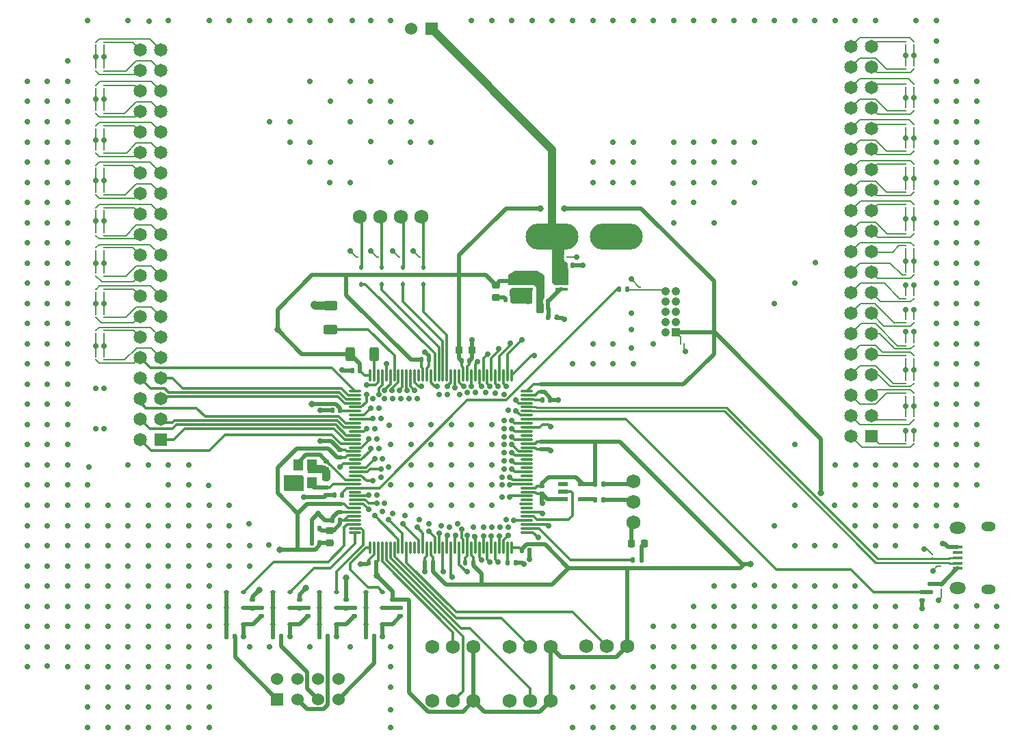
<source format=gtl>
%TF.GenerationSoftware,KiCad,Pcbnew,8.0.8*%
%TF.CreationDate,2025-03-22T13:34:13-05:00*%
%TF.ProjectId,ControllerPCB,436f6e74-726f-46c6-9c65-725043422e6b,rev?*%
%TF.SameCoordinates,Original*%
%TF.FileFunction,Copper,L1,Top*%
%TF.FilePolarity,Positive*%
%FSLAX46Y46*%
G04 Gerber Fmt 4.6, Leading zero omitted, Abs format (unit mm)*
G04 Created by KiCad (PCBNEW 8.0.8) date 2025-03-22 13:34:13*
%MOMM*%
%LPD*%
G01*
G04 APERTURE LIST*
G04 Aperture macros list*
%AMRoundRect*
0 Rectangle with rounded corners*
0 $1 Rounding radius*
0 $2 $3 $4 $5 $6 $7 $8 $9 X,Y pos of 4 corners*
0 Add a 4 corners polygon primitive as box body*
4,1,4,$2,$3,$4,$5,$6,$7,$8,$9,$2,$3,0*
0 Add four circle primitives for the rounded corners*
1,1,$1+$1,$2,$3*
1,1,$1+$1,$4,$5*
1,1,$1+$1,$6,$7*
1,1,$1+$1,$8,$9*
0 Add four rect primitives between the rounded corners*
20,1,$1+$1,$2,$3,$4,$5,0*
20,1,$1+$1,$4,$5,$6,$7,0*
20,1,$1+$1,$6,$7,$8,$9,0*
20,1,$1+$1,$8,$9,$2,$3,0*%
G04 Aperture macros list end*
%TA.AperFunction,ComponentPad*%
%ADD10R,1.530000X1.530000*%
%TD*%
%TA.AperFunction,ComponentPad*%
%ADD11C,1.530000*%
%TD*%
%TA.AperFunction,ComponentPad*%
%ADD12C,1.752600*%
%TD*%
%TA.AperFunction,ComponentPad*%
%ADD13R,1.060000X1.060000*%
%TD*%
%TA.AperFunction,ComponentPad*%
%ADD14C,1.060000*%
%TD*%
%TA.AperFunction,SMDPad,CuDef*%
%ADD15R,0.280000X0.200000*%
%TD*%
%TA.AperFunction,SMDPad,CuDef*%
%ADD16RoundRect,0.112500X-0.112500X0.187500X-0.112500X-0.187500X0.112500X-0.187500X0.112500X0.187500X0*%
%TD*%
%TA.AperFunction,SMDPad,CuDef*%
%ADD17RoundRect,0.140000X0.140000X0.170000X-0.140000X0.170000X-0.140000X-0.170000X0.140000X-0.170000X0*%
%TD*%
%TA.AperFunction,ComponentPad*%
%ADD18O,6.540000X3.270000*%
%TD*%
%TA.AperFunction,SMDPad,CuDef*%
%ADD19RoundRect,0.112500X0.187500X0.112500X-0.187500X0.112500X-0.187500X-0.112500X0.187500X-0.112500X0*%
%TD*%
%TA.AperFunction,SMDPad,CuDef*%
%ADD20RoundRect,0.140000X-0.140000X-0.170000X0.140000X-0.170000X0.140000X0.170000X-0.140000X0.170000X0*%
%TD*%
%TA.AperFunction,SMDPad,CuDef*%
%ADD21RoundRect,0.135000X-0.135000X-0.185000X0.135000X-0.185000X0.135000X0.185000X-0.135000X0.185000X0*%
%TD*%
%TA.AperFunction,SMDPad,CuDef*%
%ADD22RoundRect,0.135000X-0.185000X0.135000X-0.185000X-0.135000X0.185000X-0.135000X0.185000X0.135000X0*%
%TD*%
%TA.AperFunction,SMDPad,CuDef*%
%ADD23R,0.200000X0.280000*%
%TD*%
%TA.AperFunction,SMDPad,CuDef*%
%ADD24RoundRect,0.140000X0.170000X-0.140000X0.170000X0.140000X-0.170000X0.140000X-0.170000X-0.140000X0*%
%TD*%
%TA.AperFunction,SMDPad,CuDef*%
%ADD25RoundRect,0.135000X0.135000X0.185000X-0.135000X0.185000X-0.135000X-0.185000X0.135000X-0.185000X0*%
%TD*%
%TA.AperFunction,SMDPad,CuDef*%
%ADD26RoundRect,0.218750X0.256250X-0.218750X0.256250X0.218750X-0.256250X0.218750X-0.256250X-0.218750X0*%
%TD*%
%TA.AperFunction,ComponentPad*%
%ADD27R,1.650000X1.650000*%
%TD*%
%TA.AperFunction,ComponentPad*%
%ADD28C,1.650000*%
%TD*%
%TA.AperFunction,SMDPad,CuDef*%
%ADD29RoundRect,0.218750X-0.218750X-0.256250X0.218750X-0.256250X0.218750X0.256250X-0.218750X0.256250X0*%
%TD*%
%TA.AperFunction,SMDPad,CuDef*%
%ADD30RoundRect,0.250000X-0.625000X0.312500X-0.625000X-0.312500X0.625000X-0.312500X0.625000X0.312500X0*%
%TD*%
%TA.AperFunction,SMDPad,CuDef*%
%ADD31RoundRect,0.140000X-0.170000X0.140000X-0.170000X-0.140000X0.170000X-0.140000X0.170000X0.140000X0*%
%TD*%
%TA.AperFunction,HeatsinkPad*%
%ADD32O,1.800000X1.150000*%
%TD*%
%TA.AperFunction,HeatsinkPad*%
%ADD33O,2.000000X1.450000*%
%TD*%
%TA.AperFunction,SMDPad,CuDef*%
%ADD34R,1.300000X0.450000*%
%TD*%
%TA.AperFunction,SMDPad,CuDef*%
%ADD35RoundRect,0.075000X-0.662500X-0.075000X0.662500X-0.075000X0.662500X0.075000X-0.662500X0.075000X0*%
%TD*%
%TA.AperFunction,SMDPad,CuDef*%
%ADD36RoundRect,0.075000X-0.075000X-0.662500X0.075000X-0.662500X0.075000X0.662500X-0.075000X0.662500X0*%
%TD*%
%TA.AperFunction,SMDPad,CuDef*%
%ADD37RoundRect,0.250000X-0.312500X-0.625000X0.312500X-0.625000X0.312500X0.625000X-0.312500X0.625000X0*%
%TD*%
%TA.AperFunction,SMDPad,CuDef*%
%ADD38RoundRect,0.225000X-0.225000X-0.250000X0.225000X-0.250000X0.225000X0.250000X-0.225000X0.250000X0*%
%TD*%
%TA.AperFunction,SMDPad,CuDef*%
%ADD39R,1.200000X1.400000*%
%TD*%
%TA.AperFunction,SMDPad,CuDef*%
%ADD40R,1.200000X0.600000*%
%TD*%
%TA.AperFunction,SMDPad,CuDef*%
%ADD41RoundRect,0.218750X-0.256250X0.218750X-0.256250X-0.218750X0.256250X-0.218750X0.256250X0.218750X0*%
%TD*%
%TA.AperFunction,SMDPad,CuDef*%
%ADD42R,1.524000X0.431800*%
%TD*%
%TA.AperFunction,ViaPad*%
%ADD43C,0.700000*%
%TD*%
%TA.AperFunction,ViaPad*%
%ADD44C,0.800000*%
%TD*%
%TA.AperFunction,Conductor*%
%ADD45C,0.286000*%
%TD*%
%TA.AperFunction,Conductor*%
%ADD46C,0.200000*%
%TD*%
%TA.AperFunction,Conductor*%
%ADD47C,0.500000*%
%TD*%
%TA.AperFunction,Conductor*%
%ADD48C,0.300000*%
%TD*%
%TA.AperFunction,Conductor*%
%ADD49C,1.000000*%
%TD*%
G04 APERTURE END LIST*
D10*
%TO.P,J201,1,Pin_1*%
%TO.N,/Power/9V+*%
X135020000Y-61000000D03*
D11*
%TO.P,J201,2,Pin_2*%
%TO.N,GND*%
X132480000Y-61000000D03*
%TD*%
D12*
%TO.P,J301,1,Pin_1*%
%TO.N,/MIDI OUT/+3.3V_MIDI_OUT*%
X160000000Y-117000000D03*
%TO.P,J301,2,Pin_2*%
%TO.N,/MIDI OUT/TX_MIDI_OUT*%
X160000000Y-119540000D03*
%TO.P,J301,3,Pin_3*%
%TO.N,GND*%
X160000000Y-122080000D03*
%TD*%
D13*
%TO.P,J108,01,01*%
%TO.N,+3.3V*%
X165250000Y-98540000D03*
D14*
%TO.P,J108,02,02*%
%TO.N,/CONN_SWDIO*%
X163980000Y-98540000D03*
%TO.P,J108,03,03*%
%TO.N,GND*%
X165250000Y-97270000D03*
%TO.P,J108,04,04*%
%TO.N,/CONN_SWCLK*%
X163980000Y-97270000D03*
%TO.P,J108,05,05*%
%TO.N,GND*%
X165250000Y-96000000D03*
%TO.P,J108,06,06*%
%TO.N,/CONN_SWO*%
X163980000Y-96000000D03*
%TO.P,J108,07,07*%
%TO.N,unconnected-(J108-Pad07)*%
X165250000Y-94730000D03*
%TO.P,J108,08,08*%
%TO.N,unconnected-(J108-Pad08)*%
X163980000Y-94730000D03*
%TO.P,J108,09,09*%
%TO.N,GND*%
X165250000Y-93460000D03*
%TO.P,J108,10,10*%
%TO.N,/CONN_NRST*%
X163980000Y-93460000D03*
%TD*%
D15*
%TO.P,D503,1,A1*%
%TO.N,GND*%
X93500000Y-91250000D03*
%TO.P,D503,2,A2*%
%TO.N,input_18*%
X93500000Y-91650000D03*
%TD*%
D16*
%TO.P,D114,1,K*%
%TO.N,/Conn_String_2*%
X131500000Y-90531202D03*
%TO.P,D114,2,A*%
%TO.N,String_2_out*%
X131500000Y-92631202D03*
%TD*%
D17*
%TO.P,C106,1*%
%TO.N,NRST*%
X123980000Y-118750000D03*
%TO.P,C106,2*%
%TO.N,GND*%
X123020000Y-118750000D03*
%TD*%
D15*
%TO.P,D540,1,A1*%
%TO.N,GND*%
X94500000Y-86200000D03*
%TO.P,D540,2,A2*%
%TO.N,input_21*%
X94500000Y-86600000D03*
%TD*%
%TO.P,D552,1,A1*%
%TO.N,GND*%
X194750000Y-94000000D03*
%TO.P,D552,2,A2*%
%TO.N,input_55*%
X194750000Y-94400000D03*
%TD*%
D17*
%TO.P,C107,1*%
%TO.N,+3.3V*%
X140180000Y-127100000D03*
%TO.P,C107,2*%
%TO.N,GND*%
X139220000Y-127100000D03*
%TD*%
D15*
%TO.P,D534,1,A1*%
%TO.N,GND*%
X93500000Y-78300000D03*
%TO.P,D534,2,A2*%
%TO.N,input_27*%
X93500000Y-77900000D03*
%TD*%
D17*
%TO.P,C122,1*%
%TO.N,+3.3V*%
X121180000Y-124637500D03*
%TO.P,C122,2*%
%TO.N,GND*%
X120220000Y-124637500D03*
%TD*%
D15*
%TO.P,D550,1,A1*%
%TO.N,GND*%
X193750000Y-94000000D03*
%TO.P,D550,2,A2*%
%TO.N,input_56*%
X193750000Y-94400000D03*
%TD*%
D18*
%TO.P,J202,2,2*%
%TO.N,GND*%
X157900000Y-86755000D03*
%TO.P,J202,1,1*%
%TO.N,/Power/9V+*%
X150000000Y-86755000D03*
%TD*%
D15*
%TO.P,D502,1,A1*%
%TO.N,GND*%
X93500000Y-88500000D03*
%TO.P,D502,2,A2*%
%TO.N,input_19*%
X93500000Y-88100000D03*
%TD*%
%TO.P,D512,1,A1*%
%TO.N,GND*%
X94500000Y-101600000D03*
%TO.P,D512,2,A2*%
%TO.N,input_9*%
X94500000Y-102000000D03*
%TD*%
D19*
%TO.P,D410,1,K*%
%TO.N,GND*%
X117500000Y-134734399D03*
%TO.P,D410,2,A*%
%TO.N,/Amplitude Detection/ADC_Diode_Net_3*%
X115400000Y-134734399D03*
%TD*%
D15*
%TO.P,D530,1,A1*%
%TO.N,GND*%
X93500000Y-73400000D03*
%TO.P,D530,2,A2*%
%TO.N,input_31*%
X93500000Y-73000000D03*
%TD*%
%TO.P,D570,1,A1*%
%TO.N,GND*%
X193750000Y-106500000D03*
%TO.P,D570,2,A2*%
%TO.N,input_46*%
X193750000Y-106100000D03*
%TD*%
D20*
%TO.P,C114,1*%
%TO.N,/VCAP_1*%
X144490000Y-127100000D03*
%TO.P,C114,2*%
%TO.N,GND*%
X145450000Y-127100000D03*
%TD*%
D15*
%TO.P,D529,1,A1*%
%TO.N,GND*%
X94500000Y-73400000D03*
%TO.P,D529,2,A2*%
%TO.N,input_32*%
X94500000Y-73000000D03*
%TD*%
%TO.P,D562,2,A2*%
%TO.N,input_50*%
X194750000Y-101500000D03*
%TO.P,D562,1,A1*%
%TO.N,GND*%
X194750000Y-101900000D03*
%TD*%
%TO.P,D574,1,A1*%
%TO.N,GND*%
X194750000Y-109000000D03*
%TO.P,D574,2,A2*%
%TO.N,input_44*%
X194750000Y-109400000D03*
%TD*%
D17*
%TO.P,C102,1*%
%TO.N,+3.3V*%
X123730000Y-108250000D03*
%TO.P,C102,2*%
%TO.N,GND*%
X122770000Y-108250000D03*
%TD*%
D21*
%TO.P,R202,1*%
%TO.N,/Power/FB_IN*%
X149490000Y-96750000D03*
%TO.P,R202,2*%
%TO.N,GND*%
X150510000Y-96750000D03*
%TD*%
D19*
%TO.P,D411,1,K*%
%TO.N,ADC_String_4_F*%
X129000000Y-130734399D03*
%TO.P,D411,2,A*%
%TO.N,/Amplitude Detection/ADC_Diode_Net_4*%
X126900000Y-130734399D03*
%TD*%
D15*
%TO.P,D511,1,A1*%
%TO.N,GND*%
X93500000Y-101600000D03*
%TO.P,D511,2,A2*%
%TO.N,input_10*%
X93500000Y-102000000D03*
%TD*%
D16*
%TO.P,D115,1,K*%
%TO.N,/Conn_String_3*%
X128866800Y-90531202D03*
%TO.P,D115,2,A*%
%TO.N,String_3_out*%
X128866800Y-92631202D03*
%TD*%
D15*
%TO.P,D542,1,A1*%
%TO.N,GND*%
X194750000Y-88250000D03*
%TO.P,D542,2,A2*%
%TO.N,input_60*%
X194750000Y-87850000D03*
%TD*%
D22*
%TO.P,R108,1*%
%TO.N,/VBUS_TVS*%
X196800000Y-129755000D03*
%TO.P,R108,2*%
%TO.N,VBUS_Sense*%
X196800000Y-130775000D03*
%TD*%
D15*
%TO.P,D549,1,A1*%
%TO.N,GND*%
X194750000Y-68250000D03*
%TO.P,D549,2,A2*%
%TO.N,input_76*%
X194750000Y-67850000D03*
%TD*%
D22*
%TO.P,R412,1*%
%TO.N,/Amplitude Detection/3V_OUT_3*%
X119700000Y-132724399D03*
%TO.P,R412,2*%
%TO.N,GND*%
X119700000Y-133744399D03*
%TD*%
D15*
%TO.P,D554,1,A1*%
%TO.N,GND*%
X193750000Y-97000000D03*
%TO.P,D554,2,A2*%
%TO.N,input_54*%
X193750000Y-97400000D03*
%TD*%
D23*
%TO.P,D110,1,A1*%
%TO.N,GND*%
X131116800Y-89281202D03*
%TO.P,D110,2,A2*%
%TO.N,/Conn_String_2*%
X131516800Y-89281202D03*
%TD*%
D24*
%TO.P,C119,1*%
%TO.N,+3.3V*%
X123700000Y-114080000D03*
%TO.P,C119,2*%
%TO.N,GND*%
X123700000Y-113120000D03*
%TD*%
D15*
%TO.P,D109,1,A1*%
%TO.N,GND*%
X198100000Y-130380000D03*
%TO.P,D109,2,A2*%
%TO.N,/VBUS_TVS*%
X198100000Y-129980000D03*
%TD*%
D16*
%TO.P,D113,1,K*%
%TO.N,/Conn_String_1*%
X134000000Y-90531202D03*
%TO.P,D113,2,A*%
%TO.N,String_1_out*%
X134000000Y-92631202D03*
%TD*%
D25*
%TO.P,R401,1*%
%TO.N,ADC_String_2*%
X122210000Y-136234399D03*
%TO.P,R401,2*%
%TO.N,/Amplitude Detection/ADC_Diode_Net_2*%
X121190000Y-136234399D03*
%TD*%
D15*
%TO.P,D539,1,A1*%
%TO.N,GND*%
X93500000Y-86200000D03*
%TO.P,D539,2,A2*%
%TO.N,input_22*%
X93500000Y-86600000D03*
%TD*%
%TO.P,D507,1,A1*%
%TO.N,GND*%
X93500000Y-96350000D03*
%TO.P,D507,2,A2*%
%TO.N,input_14*%
X93500000Y-96750000D03*
%TD*%
D19*
%TO.P,D401,1,K*%
%TO.N,/Amplitude Detection/3V_OUT_2*%
X123250000Y-132734399D03*
%TO.P,D401,2,A*%
%TO.N,/Amplitude Detection/ADC_Diode_Net_2*%
X121150000Y-132734399D03*
%TD*%
D15*
%TO.P,D504,1,A1*%
%TO.N,GND*%
X94500000Y-91250000D03*
%TO.P,D504,2,A2*%
%TO.N,input_17*%
X94500000Y-91650000D03*
%TD*%
D26*
%TO.P,D202,1,K*%
%TO.N,/Power/LED_GREEN*%
X143000000Y-94287500D03*
%TO.P,D202,2,A*%
%TO.N,+3.3V*%
X143000000Y-92712500D03*
%TD*%
D15*
%TO.P,D501,1,A1*%
%TO.N,GND*%
X94500000Y-88500000D03*
%TO.P,D501,2,A2*%
%TO.N,input_20*%
X94500000Y-88100000D03*
%TD*%
D25*
%TO.P,R101,1*%
%TO.N,/LED_BLUE*%
X161010000Y-126750000D03*
%TO.P,R101,2*%
%TO.N,/LED_OUT*%
X159990000Y-126750000D03*
%TD*%
D15*
%TO.P,D509,1,A1*%
%TO.N,GND*%
X94500000Y-98750000D03*
%TO.P,D509,2,A2*%
%TO.N,input_12*%
X94500000Y-98350000D03*
%TD*%
%TO.P,D568,1,A1*%
%TO.N,GND*%
X194750000Y-104500000D03*
%TO.P,D568,2,A2*%
%TO.N,input_47*%
X194750000Y-104900000D03*
%TD*%
%TO.P,D558,2,A2*%
%TO.N,input_52*%
X193750000Y-100250000D03*
%TO.P,D558,1,A1*%
%TO.N,GND*%
X193750000Y-99850000D03*
%TD*%
D19*
%TO.P,D408,1,K*%
%TO.N,GND*%
X129000000Y-134734399D03*
%TO.P,D408,2,A*%
%TO.N,/Amplitude Detection/ADC_Diode_Net_4*%
X126900000Y-134734399D03*
%TD*%
D15*
%TO.P,D566,1,A1*%
%TO.N,GND*%
X193750000Y-104500000D03*
%TO.P,D566,2,A2*%
%TO.N,input_48*%
X193750000Y-104900000D03*
%TD*%
D25*
%TO.P,R407,1*%
%TO.N,ADC_String_4*%
X127960000Y-136234399D03*
%TO.P,R407,2*%
%TO.N,/Amplitude Detection/ADC_Diode_Net_4*%
X126940000Y-136234399D03*
%TD*%
D15*
%TO.P,D505,1,A1*%
%TO.N,GND*%
X94500000Y-93650000D03*
%TO.P,D505,2,A2*%
%TO.N,input_16*%
X94500000Y-93250000D03*
%TD*%
D27*
%TO.P,J501,1,Pin_1*%
%TO.N,input_41*%
X189500000Y-111440000D03*
D28*
%TO.P,J501,2,Pin_2*%
%TO.N,input_42*%
X186960000Y-111440000D03*
%TO.P,J501,3,Pin_3*%
%TO.N,input_43*%
X189500000Y-108900000D03*
%TO.P,J501,4,Pin_4*%
%TO.N,input_44*%
X186960000Y-108900000D03*
%TO.P,J501,5,Pin_5*%
%TO.N,input_45*%
X189500000Y-106360000D03*
%TO.P,J501,6,Pin_6*%
%TO.N,input_46*%
X186960000Y-106360000D03*
%TO.P,J501,7,Pin_7*%
%TO.N,input_47*%
X189500000Y-103820000D03*
%TO.P,J501,8,Pin_8*%
%TO.N,input_48*%
X186960000Y-103820000D03*
%TO.P,J501,9,Pin_9*%
%TO.N,input_49*%
X189500000Y-101280000D03*
%TO.P,J501,10,Pin_10*%
%TO.N,input_50*%
X186960000Y-101280000D03*
%TO.P,J501,11,Pin_11*%
%TO.N,input_51*%
X189500000Y-98740000D03*
%TO.P,J501,12,Pin_12*%
%TO.N,input_52*%
X186960000Y-98740000D03*
%TO.P,J501,13,Pin_13*%
%TO.N,input_53*%
X189500000Y-96200000D03*
%TO.P,J501,14,Pin_14*%
%TO.N,input_54*%
X186960000Y-96200000D03*
%TO.P,J501,15,Pin_15*%
%TO.N,input_55*%
X189500000Y-93660000D03*
%TO.P,J501,16,Pin_16*%
%TO.N,input_56*%
X186960000Y-93660000D03*
%TO.P,J501,17,Pin_17*%
%TO.N,input_57*%
X189500000Y-91120000D03*
%TO.P,J501,18,Pin_18*%
%TO.N,input_58*%
X186960000Y-91120000D03*
%TO.P,J501,19,Pin_19*%
%TO.N,input_59*%
X189500000Y-88580000D03*
%TO.P,J501,20,Pin_20*%
%TO.N,input_60*%
X186960000Y-88580000D03*
%TO.P,J501,21,Pin_21*%
%TO.N,input_61*%
X189500000Y-86040000D03*
%TO.P,J501,22,Pin_22*%
%TO.N,input_62*%
X186960000Y-86040000D03*
%TO.P,J501,23,Pin_23*%
%TO.N,input_63*%
X189500000Y-83500000D03*
%TO.P,J501,24,Pin_24*%
%TO.N,input_64*%
X186960000Y-83500000D03*
%TO.P,J501,25,Pin_25*%
%TO.N,input_65*%
X189500000Y-80960000D03*
%TO.P,J501,26,Pin_26*%
%TO.N,input_66*%
X186960000Y-80960000D03*
%TO.P,J501,27,Pin_27*%
%TO.N,input_67*%
X189500000Y-78420000D03*
%TO.P,J501,28,Pin_28*%
%TO.N,input_68*%
X186960000Y-78420000D03*
%TO.P,J501,29,Pin_29*%
%TO.N,input_69*%
X189500000Y-75880000D03*
%TO.P,J501,30,Pin_30*%
%TO.N,input_70*%
X186960000Y-75880000D03*
%TO.P,J501,31,Pin_31*%
%TO.N,input_71*%
X189500000Y-73340000D03*
%TO.P,J501,32,Pin_32*%
%TO.N,input_72*%
X186960000Y-73340000D03*
%TO.P,J501,33,Pin_33*%
%TO.N,input_73*%
X189500000Y-70800000D03*
%TO.P,J501,34,Pin_34*%
%TO.N,input_74*%
X186960000Y-70800000D03*
%TO.P,J501,35,Pin_35*%
%TO.N,input_75*%
X189500000Y-68260000D03*
%TO.P,J501,36,Pin_36*%
%TO.N,input_76*%
X186960000Y-68260000D03*
%TO.P,J501,37,Pin_37*%
%TO.N,input_77*%
X189500000Y-65720000D03*
%TO.P,J501,38,Pin_38*%
%TO.N,input_78*%
X186960000Y-65720000D03*
%TO.P,J501,39,Pin_39*%
%TO.N,input_79*%
X189500000Y-63180000D03*
%TO.P,J501,40,Pin_40*%
%TO.N,input_80*%
X186960000Y-63180000D03*
%TD*%
D20*
%TO.P,C116,1*%
%TO.N,+3.3V*%
X133770000Y-102000000D03*
%TO.P,C116,2*%
%TO.N,GND*%
X134730000Y-102000000D03*
%TD*%
D15*
%TO.P,D544,1,A1*%
%TO.N,GND*%
X193750000Y-88250000D03*
%TO.P,D544,2,A2*%
%TO.N,input_59*%
X193750000Y-87850000D03*
%TD*%
D19*
%TO.P,D412,1,K*%
%TO.N,ADC_String_3_F*%
X117500000Y-130734399D03*
%TO.P,D412,2,A*%
%TO.N,/Amplitude Detection/ADC_Diode_Net_3*%
X115400000Y-130734399D03*
%TD*%
D15*
%TO.P,D564,1,A1*%
%TO.N,GND*%
X193750000Y-101900000D03*
%TO.P,D564,2,A2*%
%TO.N,input_49*%
X193750000Y-101500000D03*
%TD*%
%TO.P,D545,1,A1*%
%TO.N,GND*%
X193750000Y-65600000D03*
%TO.P,D545,2,A2*%
%TO.N,input_78*%
X193750000Y-66000000D03*
%TD*%
D29*
%TO.P,D101,1,K*%
%TO.N,GND*%
X159792500Y-124750000D03*
%TO.P,D101,2,A*%
%TO.N,/LED_BLUE*%
X161367500Y-124750000D03*
%TD*%
D30*
%TO.P,R102,1*%
%TO.N,GND*%
X122500000Y-95287500D03*
%TO.P,R102,2*%
%TO.N,/BOOT0*%
X122500000Y-98212500D03*
%TD*%
D15*
%TO.P,D506,1,A1*%
%TO.N,GND*%
X93500000Y-93650000D03*
%TO.P,D506,2,A2*%
%TO.N,input_15*%
X93500000Y-93250000D03*
%TD*%
D25*
%TO.P,R402,1*%
%TO.N,ADC_String_1*%
X110710000Y-136234399D03*
%TO.P,R402,2*%
%TO.N,/Amplitude Detection/ADC_Diode_Net_1*%
X109690000Y-136234399D03*
%TD*%
D21*
%TO.P,R201,1*%
%TO.N,+3.3V*%
X148490000Y-95750000D03*
%TO.P,R201,2*%
%TO.N,/Power/FB_IN*%
X149510000Y-95750000D03*
%TD*%
D17*
%TO.P,C118,1*%
%TO.N,+3.3V*%
X126180000Y-103350000D03*
%TO.P,C118,2*%
%TO.N,GND*%
X125220000Y-103350000D03*
%TD*%
D19*
%TO.P,D407,1,K*%
%TO.N,/Amplitude Detection/3V_OUT_4*%
X129000000Y-132734399D03*
%TO.P,D407,2,A*%
%TO.N,/Amplitude Detection/ADC_Diode_Net_4*%
X126900000Y-132734399D03*
%TD*%
D20*
%TO.P,C201,1*%
%TO.N,/Power/9V+*%
X151500000Y-90250000D03*
%TO.P,C201,2*%
%TO.N,GND*%
X152460000Y-90250000D03*
%TD*%
D17*
%TO.P,C104,1*%
%TO.N,+3.3V*%
X128230000Y-127100000D03*
%TO.P,C104,2*%
%TO.N,GND*%
X127270000Y-127100000D03*
%TD*%
D21*
%TO.P,R107,1*%
%TO.N,NRST*%
X158260000Y-93268300D03*
%TO.P,R107,2*%
%TO.N,/CONN_NRST*%
X159280000Y-93268300D03*
%TD*%
D23*
%TO.P,D105,1,A1*%
%TO.N,GND*%
X125950000Y-89281202D03*
%TO.P,D105,2,A2*%
%TO.N,/Conn_String_4*%
X126350000Y-89281202D03*
%TD*%
D19*
%TO.P,D404,1,K*%
%TO.N,GND*%
X111750000Y-134734399D03*
%TO.P,D404,2,A*%
%TO.N,/Amplitude Detection/ADC_Diode_Net_1*%
X109650000Y-134734399D03*
%TD*%
D17*
%TO.P,C105,1*%
%TO.N,+3.3V*%
X135200000Y-127100000D03*
%TO.P,C105,2*%
%TO.N,GND*%
X134240000Y-127100000D03*
%TD*%
D23*
%TO.P,D106,1,A1*%
%TO.N,GND*%
X128450000Y-89281202D03*
%TO.P,D106,2,A2*%
%TO.N,/Conn_String_3*%
X128850000Y-89281202D03*
%TD*%
D17*
%TO.P,C120,1*%
%TO.N,+3.3VA*%
X123700000Y-121850000D03*
%TO.P,C120,2*%
%TO.N,GND*%
X122740000Y-121850000D03*
%TD*%
D15*
%TO.P,D543,1,A1*%
%TO.N,GND*%
X193750000Y-63000000D03*
%TO.P,D543,2,A2*%
%TO.N,input_79*%
X193750000Y-62600000D03*
%TD*%
%TO.P,D548,1,A1*%
%TO.N,GND*%
X194750000Y-91100000D03*
%TO.P,D548,2,A2*%
%TO.N,input_57*%
X194750000Y-91500000D03*
%TD*%
D19*
%TO.P,D403,1,K*%
%TO.N,/Amplitude Detection/3V_OUT_1*%
X111750000Y-132734399D03*
%TO.P,D403,2,A*%
%TO.N,/Amplitude Detection/ADC_Diode_Net_1*%
X109650000Y-132734399D03*
%TD*%
D15*
%TO.P,D555,1,A1*%
%TO.N,GND*%
X194750000Y-70750000D03*
%TO.P,D555,2,A2*%
%TO.N,input_73*%
X194750000Y-71150000D03*
%TD*%
D19*
%TO.P,D406,1,K*%
%TO.N,ADC_String_1_F*%
X111750000Y-130734399D03*
%TO.P,D406,2,A*%
%TO.N,/Amplitude Detection/ADC_Diode_Net_1*%
X109650000Y-130734399D03*
%TD*%
D20*
%TO.P,C202,1*%
%TO.N,+3.3V*%
X148520000Y-94750000D03*
%TO.P,C202,2*%
%TO.N,/Power/FB_IN*%
X149480000Y-94750000D03*
%TD*%
D31*
%TO.P,C203,1*%
%TO.N,+3.3V*%
X145171700Y-92520000D03*
%TO.P,C203,2*%
%TO.N,GND*%
X145171700Y-93480000D03*
%TD*%
D15*
%TO.P,D551,1,A1*%
%TO.N,GND*%
X193750000Y-68250000D03*
%TO.P,D551,2,A2*%
%TO.N,input_75*%
X193750000Y-67850000D03*
%TD*%
%TO.P,D567,1,A1*%
%TO.N,GND*%
X193750000Y-78150000D03*
%TO.P,D567,2,A2*%
%TO.N,input_67*%
X193750000Y-77750000D03*
%TD*%
D21*
%TO.P,R203,1*%
%TO.N,/Power/LED_GREEN*%
X144240000Y-94500000D03*
%TO.P,R203,2*%
%TO.N,GND*%
X145260000Y-94500000D03*
%TD*%
D15*
%TO.P,D523,1,A1*%
%TO.N,GND*%
X93500000Y-65850000D03*
%TO.P,D523,2,A2*%
%TO.N,input_38*%
X93500000Y-66250000D03*
%TD*%
D25*
%TO.P,R410,1*%
%TO.N,ADC_String_3*%
X116470000Y-136234399D03*
%TO.P,R410,2*%
%TO.N,/Amplitude Detection/ADC_Diode_Net_3*%
X115450000Y-136234399D03*
%TD*%
D12*
%TO.P,J102,1,Pin_1*%
%TO.N,/Conn_String_1*%
X133790000Y-84250000D03*
%TO.P,J102,2,Pin_2*%
%TO.N,/Conn_String_2*%
X131250000Y-84250000D03*
%TO.P,J102,3,Pin_3*%
%TO.N,/Conn_String_3*%
X128710000Y-84250000D03*
%TO.P,J102,4,Pin_4*%
%TO.N,/Conn_String_4*%
X126170000Y-84250000D03*
%TD*%
D21*
%TO.P,R302,1*%
%TO.N,/MIDI OUT/TX_BUF_OUT*%
X155265199Y-119364800D03*
%TO.P,R302,2*%
%TO.N,/MIDI OUT/TX_MIDI_OUT*%
X156285199Y-119364800D03*
%TD*%
D15*
%TO.P,D569,1,A1*%
%TO.N,GND*%
X193750000Y-80850000D03*
%TO.P,D569,2,A2*%
%TO.N,input_66*%
X193750000Y-81250000D03*
%TD*%
%TO.P,D524,1,A1*%
%TO.N,GND*%
X94500000Y-65850000D03*
%TO.P,D524,2,A2*%
%TO.N,input_37*%
X94500000Y-66250000D03*
%TD*%
D31*
%TO.P,C112,1*%
%TO.N,/HSE_OUT*%
X122000000Y-117790000D03*
%TO.P,C112,2*%
%TO.N,GND*%
X122000000Y-118750000D03*
%TD*%
D15*
%TO.P,D571,1,A1*%
%TO.N,GND*%
X194750000Y-80850000D03*
%TO.P,D571,2,A2*%
%TO.N,input_65*%
X194750000Y-81250000D03*
%TD*%
%TO.P,D108,1,A1*%
%TO.N,GND*%
X198075000Y-127550000D03*
%TO.P,D108,2,A2*%
%TO.N,D-*%
X198075000Y-127150000D03*
%TD*%
%TO.P,D527,1,A1*%
%TO.N,GND*%
X93500000Y-71100000D03*
%TO.P,D527,2,A2*%
%TO.N,input_34*%
X93500000Y-71500000D03*
%TD*%
D22*
%TO.P,R403,1*%
%TO.N,+3.3V*%
X124500000Y-131724399D03*
%TO.P,R403,2*%
%TO.N,/Amplitude Detection/3V_OUT_2*%
X124500000Y-132744399D03*
%TD*%
D32*
%TO.P,J107,6,Shield*%
%TO.N,unconnected-(J107-Shield-Pad6)_3*%
X204000000Y-122630000D03*
D33*
%TO.N,unconnected-(J107-Shield-Pad6)_1*%
X200200000Y-122780000D03*
%TO.N,unconnected-(J107-Shield-Pad6)_2*%
X200200000Y-130230000D03*
D32*
%TO.N,unconnected-(J107-Shield-Pad6)*%
X204000000Y-130380000D03*
D34*
%TO.P,J107,5,GND*%
%TO.N,GND*%
X200150000Y-125205000D03*
%TO.P,J107,4,ID*%
%TO.N,unconnected-(J107-ID-Pad4)*%
X200150000Y-125855000D03*
%TO.P,J107,3,D+*%
%TO.N,D+*%
X200150000Y-126505000D03*
%TO.P,J107,2,D-*%
%TO.N,D-*%
X200150000Y-127155000D03*
%TO.P,J107,1,VBUS*%
%TO.N,/VBUS_TVS*%
X200150000Y-127805000D03*
%TD*%
D12*
%TO.P,J104,1,Pin_1*%
%TO.N,+3.3V*%
X149750000Y-137484399D03*
%TO.P,J104,2,Pin_2*%
%TO.N,ADC_MIDI_Ch*%
X147210000Y-137484399D03*
%TO.P,J104,3,Pin_3*%
%TO.N,GND*%
X144670000Y-137484399D03*
%TD*%
D15*
%TO.P,D541,1,A1*%
%TO.N,GND*%
X194750000Y-63000000D03*
%TO.P,D541,2,A2*%
%TO.N,input_80*%
X194750000Y-62600000D03*
%TD*%
D23*
%TO.P,D201,1,A1*%
%TO.N,GND*%
X151800000Y-89250000D03*
%TO.P,D201,2,A2*%
%TO.N,/Power/9V+*%
X151400000Y-89250000D03*
%TD*%
D31*
%TO.P,C103,1*%
%TO.N,+3.3V*%
X123700000Y-119850000D03*
%TO.P,C103,2*%
%TO.N,GND*%
X123700000Y-120810000D03*
%TD*%
D15*
%TO.P,D103,1,A1*%
%TO.N,GND*%
X197050000Y-126125000D03*
%TO.P,D103,2,A2*%
%TO.N,D+*%
X197050000Y-126525000D03*
%TD*%
%TO.P,D572,1,A1*%
%TO.N,GND*%
X194750000Y-106500000D03*
%TO.P,D572,2,A2*%
%TO.N,input_45*%
X194750000Y-106100000D03*
%TD*%
D31*
%TO.P,C110,1*%
%TO.N,+3.3V*%
X148700000Y-117620000D03*
%TO.P,C110,2*%
%TO.N,GND*%
X148700000Y-118580000D03*
%TD*%
D35*
%TO.P,U101,1,PE2*%
%TO.N,input_10*%
X125537500Y-105850000D03*
%TO.P,U101,2,PE3*%
%TO.N,input_7*%
X125537500Y-106350000D03*
%TO.P,U101,3,PE4*%
%TO.N,input_8*%
X125537500Y-106850000D03*
%TO.P,U101,4,PE5*%
%TO.N,input_5*%
X125537500Y-107350000D03*
%TO.P,U101,5,PE6*%
%TO.N,input_29*%
X125537500Y-107850000D03*
%TO.P,U101,6,VBAT*%
%TO.N,+3.3V*%
X125537500Y-108350000D03*
%TO.P,U101,7,PC13*%
%TO.N,input_28*%
X125537500Y-108850000D03*
%TO.P,U101,8,PC14*%
%TO.N,input_27*%
X125537500Y-109350000D03*
%TO.P,U101,9,PC15*%
%TO.N,input_6*%
X125537500Y-109850000D03*
%TO.P,U101,10,PF0*%
%TO.N,input_3*%
X125537500Y-110350000D03*
%TO.P,U101,11,PF1*%
%TO.N,input_26*%
X125537500Y-110850000D03*
%TO.P,U101,12,PF2*%
%TO.N,input_4*%
X125537500Y-111350000D03*
%TO.P,U101,13,PF3*%
%TO.N,input_1*%
X125537500Y-111850000D03*
%TO.P,U101,14,PF4*%
%TO.N,input_2*%
X125537500Y-112350000D03*
%TO.P,U101,15,PF5*%
%TO.N,input_25*%
X125537500Y-112850000D03*
%TO.P,U101,16,VSS*%
%TO.N,GND*%
X125537500Y-113350000D03*
%TO.P,U101,17,VDD*%
%TO.N,+3.3V*%
X125537500Y-113850000D03*
%TO.P,U101,18,PF6*%
%TO.N,input_24*%
X125537500Y-114350000D03*
%TO.P,U101,19,PF7*%
%TO.N,input_21*%
X125537500Y-114850000D03*
%TO.P,U101,20,PF8*%
%TO.N,input_23*%
X125537500Y-115350000D03*
%TO.P,U101,21,PF9*%
%TO.N,input_22*%
X125537500Y-115850000D03*
%TO.P,U101,22,PF10*%
%TO.N,input_20*%
X125537500Y-116350000D03*
%TO.P,U101,23,PH0*%
%TO.N,/HSE_IN*%
X125537500Y-116850000D03*
%TO.P,U101,24,PH1*%
%TO.N,/HSE_OUT*%
X125537500Y-117350000D03*
%TO.P,U101,25,NRST*%
%TO.N,NRST*%
X125537500Y-117850000D03*
%TO.P,U101,26,PC0*%
%TO.N,unconnected-(U101-PC0-Pad26)*%
X125537500Y-118350000D03*
%TO.P,U101,27,PC1*%
%TO.N,input_19*%
X125537500Y-118850000D03*
%TO.P,U101,28,PC2*%
%TO.N,input_18*%
X125537500Y-119350000D03*
%TO.P,U101,29,PC3*%
%TO.N,input_17*%
X125537500Y-119850000D03*
%TO.P,U101,30,VDD*%
%TO.N,+3.3V*%
X125537500Y-120350000D03*
%TO.P,U101,31,VSSA*%
%TO.N,GND*%
X125537500Y-120850000D03*
%TO.P,U101,32,VREF+*%
%TO.N,+3.3VA*%
X125537500Y-121350000D03*
%TO.P,U101,33,VDDA*%
X125537500Y-121850000D03*
%TO.P,U101,34,PA0*%
%TO.N,ADC_String_1_F*%
X125537500Y-122350000D03*
%TO.P,U101,35,PA1*%
%TO.N,ADC_String_2_F*%
X125537500Y-122850000D03*
%TO.P,U101,36,PA2*%
%TO.N,ADC_String_3_F*%
X125537500Y-123350000D03*
D36*
%TO.P,U101,37,PA3*%
%TO.N,ADC_String_4_F*%
X127450000Y-125262500D03*
%TO.P,U101,38,VSS*%
%TO.N,GND*%
X127950000Y-125262500D03*
%TO.P,U101,39,VDD*%
%TO.N,+3.3V*%
X128450000Y-125262500D03*
%TO.P,U101,40,PA4*%
%TO.N,ADC_Octave*%
X128950000Y-125262500D03*
%TO.P,U101,41,PA5*%
%TO.N,ADC_Mode*%
X129450000Y-125262500D03*
%TO.P,U101,42,PA6*%
%TO.N,ADC_Bend*%
X129950000Y-125262500D03*
%TO.P,U101,43,PA7*%
%TO.N,ADC_MIDI_Ch*%
X130450000Y-125262500D03*
%TO.P,U101,44,PC4*%
%TO.N,input_16*%
X130950000Y-125262500D03*
%TO.P,U101,45,PC5*%
%TO.N,input_15*%
X131450000Y-125262500D03*
%TO.P,U101,46,PB0*%
%TO.N,ADC_Slider*%
X131950000Y-125262500D03*
%TO.P,U101,47,PB1*%
%TO.N,unconnected-(U101-PB1-Pad47)*%
X132450000Y-125262500D03*
%TO.P,U101,48,PB2*%
%TO.N,unconnected-(U101-PB2-Pad48)*%
X132950000Y-125262500D03*
%TO.P,U101,49,PF11*%
%TO.N,input_14*%
X133450000Y-125262500D03*
%TO.P,U101,50,PF12*%
%TO.N,input_13*%
X133950000Y-125262500D03*
%TO.P,U101,51,VSS*%
%TO.N,GND*%
X134450000Y-125262500D03*
%TO.P,U101,52,VDD*%
%TO.N,+3.3V*%
X134950000Y-125262500D03*
%TO.P,U101,53,PF13*%
%TO.N,input_12*%
X135450000Y-125262500D03*
%TO.P,U101,54,PF14*%
%TO.N,input_11*%
X135950000Y-125262500D03*
%TO.P,U101,55,PF15*%
%TO.N,input_42*%
X136450000Y-125262500D03*
%TO.P,U101,56,PG0*%
%TO.N,input_9*%
X136950000Y-125262500D03*
%TO.P,U101,57,PG1*%
%TO.N,input_41*%
X137450000Y-125262500D03*
%TO.P,U101,58,PE7*%
%TO.N,input_44*%
X137950000Y-125262500D03*
%TO.P,U101,59,PE8*%
%TO.N,input_43*%
X138450000Y-125262500D03*
%TO.P,U101,60,PE9*%
%TO.N,input_46*%
X138950000Y-125262500D03*
%TO.P,U101,61,VSS*%
%TO.N,GND*%
X139450000Y-125262500D03*
%TO.P,U101,62,VDD*%
%TO.N,+3.3V*%
X139950000Y-125262500D03*
%TO.P,U101,63,PE10*%
%TO.N,input_45*%
X140450000Y-125262500D03*
%TO.P,U101,64,PE11*%
%TO.N,input_48*%
X140950000Y-125262500D03*
%TO.P,U101,65,PE12*%
%TO.N,input_49*%
X141450000Y-125262500D03*
%TO.P,U101,66,PE13*%
%TO.N,input_47*%
X141950000Y-125262500D03*
%TO.P,U101,67,PE14*%
%TO.N,input_52*%
X142450000Y-125262500D03*
%TO.P,U101,68,PE15*%
%TO.N,input_50*%
X142950000Y-125262500D03*
%TO.P,U101,69,PB10*%
%TO.N,input_51*%
X143450000Y-125262500D03*
%TO.P,U101,70,PB11*%
%TO.N,input_54*%
X143950000Y-125262500D03*
%TO.P,U101,71,VCAP_1*%
%TO.N,/VCAP_1*%
X144450000Y-125262500D03*
%TO.P,U101,72,VDD*%
%TO.N,+3.3V*%
X144950000Y-125262500D03*
D35*
%TO.P,U101,73,PB12*%
%TO.N,input_53*%
X146862500Y-123350000D03*
%TO.P,U101,74,PB13*%
%TO.N,/LED_OUT*%
X146862500Y-122850000D03*
%TO.P,U101,75,PB14*%
%TO.N,input_56*%
X146862500Y-122350000D03*
%TO.P,U101,76,PB15*%
%TO.N,input_55*%
X146862500Y-121850000D03*
%TO.P,U101,77,PD8*%
%TO.N,UART_TX*%
X146862500Y-121350000D03*
%TO.P,U101,78,PD9*%
%TO.N,input_58*%
X146862500Y-120850000D03*
%TO.P,U101,79,PD10*%
%TO.N,unconnected-(U101-PD10-Pad79)*%
X146862500Y-120350000D03*
%TO.P,U101,80,PD11*%
%TO.N,unconnected-(U101-PD11-Pad80)*%
X146862500Y-119850000D03*
%TO.P,U101,81,PD12*%
%TO.N,unconnected-(U101-PD12-Pad81)*%
X146862500Y-119350000D03*
%TO.P,U101,82,PD13*%
%TO.N,input_57*%
X146862500Y-118850000D03*
%TO.P,U101,83,VSS*%
%TO.N,GND*%
X146862500Y-118350000D03*
%TO.P,U101,84,VDD*%
%TO.N,+3.3V*%
X146862500Y-117850000D03*
%TO.P,U101,85,PD14*%
%TO.N,input_60*%
X146862500Y-117350000D03*
%TO.P,U101,86,PD15*%
%TO.N,input_59*%
X146862500Y-116850000D03*
%TO.P,U101,87,PG2*%
%TO.N,unconnected-(U101-PG2-Pad87)*%
X146862500Y-116350000D03*
%TO.P,U101,88,PG3*%
%TO.N,input_62*%
X146862500Y-115850000D03*
%TO.P,U101,89,PG4*%
%TO.N,unconnected-(U101-PG4-Pad89)*%
X146862500Y-115350000D03*
%TO.P,U101,90,PG5*%
%TO.N,input_61*%
X146862500Y-114850000D03*
%TO.P,U101,91,PG6*%
%TO.N,unconnected-(U101-PG6-Pad91)*%
X146862500Y-114350000D03*
%TO.P,U101,92,PG7*%
%TO.N,input_64*%
X146862500Y-113850000D03*
%TO.P,U101,93,PG8*%
%TO.N,input_63*%
X146862500Y-113350000D03*
%TO.P,U101,94,VSS*%
%TO.N,GND*%
X146862500Y-112850000D03*
%TO.P,U101,95,VDD*%
%TO.N,+3.3V*%
X146862500Y-112350000D03*
%TO.P,U101,96,PC6*%
%TO.N,input_66*%
X146862500Y-111850000D03*
%TO.P,U101,97,PC7*%
%TO.N,unconnected-(U101-PC7-Pad97)*%
X146862500Y-111350000D03*
%TO.P,U101,98,PC8*%
%TO.N,input_65*%
X146862500Y-110850000D03*
%TO.P,U101,99,PC9*%
%TO.N,input_68*%
X146862500Y-110350000D03*
%TO.P,U101,100,PA8*%
%TO.N,input_67*%
X146862500Y-109850000D03*
%TO.P,U101,101,PA9*%
%TO.N,VBUS_Sense*%
X146862500Y-109350000D03*
%TO.P,U101,102,PA10*%
%TO.N,input_70*%
X146862500Y-108850000D03*
%TO.P,U101,103,PA11*%
%TO.N,D-*%
X146862500Y-108350000D03*
%TO.P,U101,104,PA12*%
%TO.N,D+*%
X146862500Y-107850000D03*
%TO.P,U101,105,PA13*%
%TO.N,SWDIO*%
X146862500Y-107350000D03*
%TO.P,U101,106,VCAP_2*%
%TO.N,/VCAP_2*%
X146862500Y-106850000D03*
%TO.P,U101,107,VSS*%
%TO.N,GND*%
X146862500Y-106350000D03*
%TO.P,U101,108,VDD*%
%TO.N,+3.3V*%
X146862500Y-105850000D03*
D36*
%TO.P,U101,109,PA14*%
%TO.N,SWDCLK*%
X144950000Y-103937500D03*
%TO.P,U101,110,PA15*%
%TO.N,input_69*%
X144450000Y-103937500D03*
%TO.P,U101,111,PC10*%
%TO.N,input_72*%
X143950000Y-103937500D03*
%TO.P,U101,112,PC11*%
%TO.N,input_71*%
X143450000Y-103937500D03*
%TO.P,U101,113,PC12*%
%TO.N,input_74*%
X142950000Y-103937500D03*
%TO.P,U101,114,PD0*%
%TO.N,input_73*%
X142450000Y-103937500D03*
%TO.P,U101,115,PD1*%
%TO.N,input_76*%
X141950000Y-103937500D03*
%TO.P,U101,116,PD2*%
%TO.N,input_75*%
X141450000Y-103937500D03*
%TO.P,U101,117,PD3*%
%TO.N,input_78*%
X140950000Y-103937500D03*
%TO.P,U101,118,PD4*%
%TO.N,input_77*%
X140450000Y-103937500D03*
%TO.P,U101,119,PD5*%
%TO.N,input_80*%
X139950000Y-103937500D03*
%TO.P,U101,120,VSS*%
%TO.N,GND*%
X139450000Y-103937500D03*
%TO.P,U101,121,VDD*%
%TO.N,+3.3V*%
X138950000Y-103937500D03*
%TO.P,U101,122,PD6*%
%TO.N,input_79*%
X138450000Y-103937500D03*
%TO.P,U101,123,PD7*%
%TO.N,input_40*%
X137950000Y-103937500D03*
%TO.P,U101,124,PG9*%
%TO.N,input_39*%
X137450000Y-103937500D03*
%TO.P,U101,125,PG10*%
%TO.N,String_1_out*%
X136950000Y-103937500D03*
%TO.P,U101,126,PG11*%
%TO.N,String_2_out*%
X136450000Y-103937500D03*
%TO.P,U101,127,PG12*%
%TO.N,String_3_out*%
X135950000Y-103937500D03*
%TO.P,U101,128,PG13*%
%TO.N,String_4_out*%
X135450000Y-103937500D03*
%TO.P,U101,129,PG14*%
%TO.N,input_38*%
X134950000Y-103937500D03*
%TO.P,U101,130,VSS*%
%TO.N,GND*%
X134450000Y-103937500D03*
%TO.P,U101,131,VDD*%
%TO.N,+3.3V*%
X133950000Y-103937500D03*
%TO.P,U101,132,PG15*%
%TO.N,unconnected-(U101-PG15-Pad132)*%
X133450000Y-103937500D03*
%TO.P,U101,133,PB3*%
%TO.N,SWO*%
X132950000Y-103937500D03*
%TO.P,U101,134,PB4*%
%TO.N,input_37*%
X132450000Y-103937500D03*
%TO.P,U101,135,PB5*%
%TO.N,input_36*%
X131950000Y-103937500D03*
%TO.P,U101,136,PB6*%
%TO.N,input_35*%
X131450000Y-103937500D03*
%TO.P,U101,137,PB7*%
%TO.N,input_34*%
X130950000Y-103937500D03*
%TO.P,U101,138,BOOT0*%
%TO.N,/BOOT0*%
X130450000Y-103937500D03*
%TO.P,U101,139,PB8*%
%TO.N,input_32*%
X129950000Y-103937500D03*
%TO.P,U101,140,PB9*%
%TO.N,input_33*%
X129450000Y-103937500D03*
%TO.P,U101,141,PE0*%
%TO.N,input_31*%
X128950000Y-103937500D03*
%TO.P,U101,142,PE1*%
%TO.N,input_30*%
X128450000Y-103937500D03*
%TO.P,U101,143,PDR_ON*%
%TO.N,Net-(U101-PDR_ON)*%
X127950000Y-103937500D03*
%TO.P,U101,144,VDD*%
%TO.N,+3.3V*%
X127450000Y-103937500D03*
%TD*%
D22*
%TO.P,R109,1*%
%TO.N,VBUS_Sense*%
X195770000Y-130730000D03*
%TO.P,R109,2*%
%TO.N,GND*%
X195770000Y-131750000D03*
%TD*%
D17*
%TO.P,C121,1*%
%TO.N,+3.3VA*%
X121180000Y-122887500D03*
%TO.P,C121,2*%
%TO.N,GND*%
X120220000Y-122887500D03*
%TD*%
D21*
%TO.P,R301,1*%
%TO.N,+3.3V*%
X155265199Y-117364800D03*
%TO.P,R301,2*%
%TO.N,/MIDI OUT/+3.3V_MIDI_OUT*%
X156285199Y-117364800D03*
%TD*%
D10*
%TO.P,J101,1,Pin_1*%
%TO.N,ADC_String_1*%
X115910000Y-144024399D03*
D11*
%TO.P,J101,2,Pin_2*%
%TO.N,GND*%
X115910000Y-141484399D03*
%TO.P,J101,3,Pin_3*%
%TO.N,ADC_String_2*%
X118450000Y-144024399D03*
%TO.P,J101,4,Pin_4*%
%TO.N,GND*%
X118450000Y-141484399D03*
%TO.P,J101,5,Pin_5*%
%TO.N,ADC_String_3*%
X120990000Y-144024399D03*
%TO.P,J101,6,Pin_6*%
%TO.N,GND*%
X120990000Y-141484399D03*
%TO.P,J101,7,Pin_7*%
%TO.N,ADC_String_4*%
X123530000Y-144024399D03*
%TO.P,J101,8,Pin_8*%
%TO.N,GND*%
X123530000Y-141484399D03*
%TD*%
D15*
%TO.P,D528,1,A1*%
%TO.N,GND*%
X94500000Y-71100000D03*
%TO.P,D528,2,A2*%
%TO.N,input_33*%
X94500000Y-71500000D03*
%TD*%
D19*
%TO.P,D405,1,K*%
%TO.N,ADC_String_2_F*%
X123250000Y-130734399D03*
%TO.P,D405,2,A*%
%TO.N,/Amplitude Detection/ADC_Diode_Net_2*%
X121150000Y-130734399D03*
%TD*%
D15*
%TO.P,D510,1,A1*%
%TO.N,GND*%
X93500000Y-98750000D03*
%TO.P,D510,2,A2*%
%TO.N,input_11*%
X93500000Y-98350000D03*
%TD*%
D37*
%TO.P,R103,1*%
%TO.N,+3.3V*%
X124987500Y-101250000D03*
%TO.P,R103,2*%
%TO.N,Net-(U101-PDR_ON)*%
X127912500Y-101250000D03*
%TD*%
D15*
%TO.P,D561,1,A1*%
%TO.N,GND*%
X193750000Y-75750000D03*
%TO.P,D561,2,A2*%
%TO.N,input_70*%
X193750000Y-76150000D03*
%TD*%
D16*
%TO.P,D116,1,K*%
%TO.N,/Conn_String_4*%
X126366800Y-90531202D03*
%TO.P,D116,2,A*%
%TO.N,String_4_out*%
X126366800Y-92631202D03*
%TD*%
D20*
%TO.P,C115,1*%
%TO.N,+3.3V*%
X138770000Y-102100000D03*
%TO.P,C115,2*%
%TO.N,GND*%
X139730000Y-102100000D03*
%TD*%
D12*
%TO.P,J103,1,Pin_1*%
%TO.N,+3.3V*%
X140256600Y-137484399D03*
%TO.P,J103,2,Pin_2*%
%TO.N,ADC_Octave*%
X137716600Y-137484399D03*
%TO.P,J103,3,Pin_3*%
%TO.N,GND*%
X135176600Y-137484399D03*
%TD*%
D15*
%TO.P,D559,1,A1*%
%TO.N,GND*%
X193750000Y-73250000D03*
%TO.P,D559,2,A2*%
%TO.N,input_71*%
X193750000Y-72850000D03*
%TD*%
%TO.P,D573,1,A1*%
%TO.N,GND*%
X194750000Y-83150000D03*
%TO.P,D573,2,A2*%
%TO.N,input_64*%
X194750000Y-82750000D03*
%TD*%
%TO.P,D521,1,A1*%
%TO.N,GND*%
X94500000Y-63050000D03*
%TO.P,D521,2,A2*%
%TO.N,input_40*%
X94500000Y-62650000D03*
%TD*%
%TO.P,D560,2,A2*%
%TO.N,input_51*%
X194750000Y-100250000D03*
%TO.P,D560,1,A1*%
%TO.N,GND*%
X194750000Y-99850000D03*
%TD*%
%TO.P,D563,1,A1*%
%TO.N,GND*%
X194750000Y-75750000D03*
%TO.P,D563,2,A2*%
%TO.N,input_69*%
X194750000Y-76150000D03*
%TD*%
D19*
%TO.P,D402,1,K*%
%TO.N,GND*%
X123250000Y-134734399D03*
%TO.P,D402,2,A*%
%TO.N,/Amplitude Detection/ADC_Diode_Net_2*%
X121150000Y-134734399D03*
%TD*%
D22*
%TO.P,R409,1*%
%TO.N,/Amplitude Detection/3V_OUT_4*%
X131200000Y-132734399D03*
%TO.P,R409,2*%
%TO.N,GND*%
X131200000Y-133754399D03*
%TD*%
D15*
%TO.P,D575,1,A1*%
%TO.N,GND*%
X193750000Y-83150000D03*
%TO.P,D575,2,A2*%
%TO.N,input_63*%
X193750000Y-82750000D03*
%TD*%
%TO.P,D547,1,A1*%
%TO.N,GND*%
X194750000Y-65600000D03*
%TO.P,D547,2,A2*%
%TO.N,input_77*%
X194750000Y-66000000D03*
%TD*%
D22*
%TO.P,R405,1*%
%TO.N,+3.3V*%
X112900000Y-131724399D03*
%TO.P,R405,2*%
%TO.N,/Amplitude Detection/3V_OUT_1*%
X112900000Y-132744399D03*
%TD*%
D15*
%TO.P,D102,1,A1*%
%TO.N,GND*%
X160900000Y-92950000D03*
%TO.P,D102,2,A2*%
%TO.N,/CONN_NRST*%
X160900000Y-93350000D03*
%TD*%
%TO.P,D580,1,A1*%
%TO.N,GND*%
X193750000Y-112000000D03*
%TO.P,D580,2,A2*%
%TO.N,input_41*%
X193750000Y-112400000D03*
%TD*%
D19*
%TO.P,D409,1,K*%
%TO.N,/Amplitude Detection/3V_OUT_3*%
X117500000Y-132734399D03*
%TO.P,D409,2,A*%
%TO.N,/Amplitude Detection/ADC_Diode_Net_3*%
X115400000Y-132734399D03*
%TD*%
D38*
%TO.P,C101,1*%
%TO.N,+3.3V*%
X138475000Y-100750000D03*
%TO.P,C101,2*%
%TO.N,GND*%
X140025000Y-100750000D03*
%TD*%
D31*
%TO.P,C111,1*%
%TO.N,+3.3V*%
X148700000Y-112120000D03*
%TO.P,C111,2*%
%TO.N,GND*%
X148700000Y-113080000D03*
%TD*%
D12*
%TO.P,J105,1,Pin_1*%
%TO.N,+3.3V*%
X140256600Y-144234399D03*
%TO.P,J105,2,Pin_2*%
%TO.N,ADC_Mode*%
X137716600Y-144234399D03*
%TO.P,J105,3,Pin_3*%
%TO.N,GND*%
X135176600Y-144234399D03*
%TD*%
D20*
%TO.P,C109,1*%
%TO.N,+3.3V*%
X146220000Y-125600000D03*
%TO.P,C109,2*%
%TO.N,GND*%
X147180000Y-125600000D03*
%TD*%
D15*
%TO.P,D536,1,A1*%
%TO.N,GND*%
X94500000Y-81200000D03*
%TO.P,D536,2,A2*%
%TO.N,input_25*%
X94500000Y-81600000D03*
%TD*%
%TO.P,D526,1,A1*%
%TO.N,GND*%
X93500000Y-68400000D03*
%TO.P,D526,2,A2*%
%TO.N,input_35*%
X93500000Y-68000000D03*
%TD*%
%TO.P,D522,1,A1*%
%TO.N,GND*%
X93500000Y-63050000D03*
%TO.P,D522,2,A2*%
%TO.N,input_39*%
X93500000Y-62650000D03*
%TD*%
D31*
%TO.P,C113,1*%
%TO.N,+3.3V*%
X148700000Y-105020000D03*
%TO.P,C113,2*%
%TO.N,GND*%
X148700000Y-105980000D03*
%TD*%
D15*
%TO.P,D578,1,A1*%
%TO.N,GND*%
X194750000Y-112000000D03*
%TO.P,D578,2,A2*%
%TO.N,input_42*%
X194750000Y-112400000D03*
%TD*%
D31*
%TO.P,C108,1*%
%TO.N,/HSE_IN*%
X122000000Y-114540000D03*
%TO.P,C108,2*%
%TO.N,GND*%
X122000000Y-115500000D03*
%TD*%
D20*
%TO.P,C117,1*%
%TO.N,/VCAP_2*%
X148740000Y-107000000D03*
%TO.P,C117,2*%
%TO.N,GND*%
X149700000Y-107000000D03*
%TD*%
D15*
%TO.P,D537,2,A2*%
%TO.N,input_24*%
X94500000Y-83150000D03*
%TO.P,D537,1,A1*%
%TO.N,GND*%
X94500000Y-83550000D03*
%TD*%
D39*
%TO.P,Y101,1,1*%
%TO.N,/HSE_IN*%
X118550000Y-115020000D03*
%TO.P,Y101,2,2*%
%TO.N,GND*%
X118550000Y-117220000D03*
%TO.P,Y101,3,3*%
%TO.N,/HSE_OUT*%
X120250000Y-117220000D03*
%TO.P,Y101,4,4*%
%TO.N,GND*%
X120250000Y-115020000D03*
%TD*%
D12*
%TO.P,J109,1,Pin_1*%
%TO.N,+3.3V*%
X149750000Y-144250000D03*
%TO.P,J109,2,Pin_2*%
%TO.N,ADC_Bend*%
X147210000Y-144250000D03*
%TO.P,J109,3,Pin_3*%
%TO.N,GND*%
X144670000Y-144250000D03*
%TD*%
D15*
%TO.P,D546,1,A1*%
%TO.N,GND*%
X193750000Y-91100000D03*
%TO.P,D546,2,A2*%
%TO.N,input_58*%
X193750000Y-91500000D03*
%TD*%
%TO.P,D538,2,A2*%
%TO.N,input_23*%
X93500000Y-83150000D03*
%TO.P,D538,1,A1*%
%TO.N,GND*%
X93500000Y-83550000D03*
%TD*%
%TO.P,D565,1,A1*%
%TO.N,GND*%
X194750000Y-78150000D03*
%TO.P,D565,2,A2*%
%TO.N,input_68*%
X194750000Y-77750000D03*
%TD*%
%TO.P,D579,1,A1*%
%TO.N,GND*%
X194750000Y-86000000D03*
%TO.P,D579,2,A2*%
%TO.N,input_61*%
X194750000Y-86400000D03*
%TD*%
%TO.P,D533,1,A1*%
%TO.N,GND*%
X94500000Y-78300000D03*
%TO.P,D533,2,A2*%
%TO.N,input_28*%
X94500000Y-77900000D03*
%TD*%
D22*
%TO.P,R404,1*%
%TO.N,/Amplitude Detection/3V_OUT_2*%
X125450000Y-132734399D03*
%TO.P,R404,2*%
%TO.N,GND*%
X125450000Y-133754399D03*
%TD*%
D15*
%TO.P,D557,1,A1*%
%TO.N,GND*%
X194750000Y-73250000D03*
%TO.P,D557,2,A2*%
%TO.N,input_72*%
X194750000Y-72850000D03*
%TD*%
D23*
%TO.P,D117,1,A1*%
%TO.N,GND*%
X166300000Y-99980000D03*
%TO.P,D117,2,A2*%
%TO.N,+3.3V*%
X165900000Y-99980000D03*
%TD*%
%TO.P,D112,1,A1*%
%TO.N,GND*%
X133616800Y-89281202D03*
%TO.P,D112,2,A2*%
%TO.N,/Conn_String_1*%
X134016800Y-89281202D03*
%TD*%
D27*
%TO.P,J502,1,Pin_1*%
%TO.N,input_1*%
X101500000Y-111850000D03*
D28*
%TO.P,J502,2,Pin_2*%
%TO.N,input_2*%
X98960000Y-111850000D03*
%TO.P,J502,3,Pin_3*%
%TO.N,input_3*%
X101500000Y-109310000D03*
%TO.P,J502,4,Pin_4*%
%TO.N,input_4*%
X98960000Y-109310000D03*
%TO.P,J502,5,Pin_5*%
%TO.N,input_5*%
X101500000Y-106770000D03*
%TO.P,J502,6,Pin_6*%
%TO.N,input_6*%
X98960000Y-106770000D03*
%TO.P,J502,7,Pin_7*%
%TO.N,input_7*%
X101500000Y-104230000D03*
%TO.P,J502,8,Pin_8*%
%TO.N,input_8*%
X98960000Y-104230000D03*
%TO.P,J502,9,Pin_9*%
%TO.N,input_9*%
X101500000Y-101690000D03*
%TO.P,J502,10,Pin_10*%
%TO.N,input_10*%
X98960000Y-101690000D03*
%TO.P,J502,11,Pin_11*%
%TO.N,input_11*%
X101500000Y-99150000D03*
%TO.P,J502,12,Pin_12*%
%TO.N,input_12*%
X98960000Y-99150000D03*
%TO.P,J502,13,Pin_13*%
%TO.N,input_13*%
X101500000Y-96610000D03*
%TO.P,J502,14,Pin_14*%
%TO.N,input_14*%
X98960000Y-96610000D03*
%TO.P,J502,15,Pin_15*%
%TO.N,input_15*%
X101500000Y-94070000D03*
%TO.P,J502,16,Pin_16*%
%TO.N,input_16*%
X98960000Y-94070000D03*
%TO.P,J502,17,Pin_17*%
%TO.N,input_17*%
X101500000Y-91530000D03*
%TO.P,J502,18,Pin_18*%
%TO.N,input_18*%
X98960000Y-91530000D03*
%TO.P,J502,19,Pin_19*%
%TO.N,input_19*%
X101500000Y-88990000D03*
%TO.P,J502,20,Pin_20*%
%TO.N,input_20*%
X98960000Y-88990000D03*
%TO.P,J502,21,Pin_21*%
%TO.N,input_21*%
X101500000Y-86450000D03*
%TO.P,J502,22,Pin_22*%
%TO.N,input_22*%
X98960000Y-86450000D03*
%TO.P,J502,23,Pin_23*%
%TO.N,input_23*%
X101500000Y-83910000D03*
%TO.P,J502,24,Pin_24*%
%TO.N,input_24*%
X98960000Y-83910000D03*
%TO.P,J502,25,Pin_25*%
%TO.N,input_25*%
X101500000Y-81370000D03*
%TO.P,J502,26,Pin_26*%
%TO.N,input_26*%
X98960000Y-81370000D03*
%TO.P,J502,27,Pin_27*%
%TO.N,input_27*%
X101500000Y-78830000D03*
%TO.P,J502,28,Pin_28*%
%TO.N,input_28*%
X98960000Y-78830000D03*
%TO.P,J502,29,Pin_29*%
%TO.N,input_29*%
X101500000Y-76290000D03*
%TO.P,J502,30,Pin_30*%
%TO.N,input_30*%
X98960000Y-76290000D03*
%TO.P,J502,31,Pin_31*%
%TO.N,input_31*%
X101500000Y-73750000D03*
%TO.P,J502,32,Pin_32*%
%TO.N,input_32*%
X98960000Y-73750000D03*
%TO.P,J502,33,Pin_33*%
%TO.N,input_33*%
X101500000Y-71210000D03*
%TO.P,J502,34,Pin_34*%
%TO.N,input_34*%
X98960000Y-71210000D03*
%TO.P,J502,35,Pin_35*%
%TO.N,input_35*%
X101500000Y-68670000D03*
%TO.P,J502,36,Pin_36*%
%TO.N,input_36*%
X98960000Y-68670000D03*
%TO.P,J502,37,Pin_37*%
%TO.N,input_37*%
X101500000Y-66130000D03*
%TO.P,J502,38,Pin_38*%
%TO.N,input_38*%
X98960000Y-66130000D03*
%TO.P,J502,39,Pin_39*%
%TO.N,input_39*%
X101500000Y-63590000D03*
%TO.P,J502,40,Pin_40*%
%TO.N,input_40*%
X98960000Y-63590000D03*
%TD*%
D40*
%TO.P,U301,1,NC*%
%TO.N,unconnected-(U301-NC-Pad1)*%
X151275199Y-117364800D03*
%TO.P,U301,2*%
%TO.N,UART_TX*%
X151275199Y-118314800D03*
%TO.P,U301,3,GND*%
%TO.N,GND*%
X151275199Y-119264800D03*
%TO.P,U301,4*%
%TO.N,/MIDI OUT/TX_BUF_OUT*%
X153775199Y-119264800D03*
%TO.P,U301,5,VCC*%
%TO.N,+3.3V*%
X153775199Y-117364800D03*
%TD*%
D15*
%TO.P,D508,1,A1*%
%TO.N,GND*%
X94500000Y-96350000D03*
%TO.P,D508,2,A2*%
%TO.N,input_13*%
X94500000Y-96750000D03*
%TD*%
D22*
%TO.P,R408,1*%
%TO.N,+3.3V*%
X130200000Y-131714399D03*
%TO.P,R408,2*%
%TO.N,/Amplitude Detection/3V_OUT_4*%
X130200000Y-132734399D03*
%TD*%
D41*
%TO.P,FB101,1*%
%TO.N,+3.3VA*%
X122450000Y-123100000D03*
%TO.P,FB101,2*%
%TO.N,+3.3V*%
X122450000Y-124675000D03*
%TD*%
D15*
%TO.P,D556,1,A1*%
%TO.N,GND*%
X194750000Y-97000000D03*
%TO.P,D556,2,A2*%
%TO.N,input_53*%
X194750000Y-97400000D03*
%TD*%
%TO.P,D531,1,A1*%
%TO.N,GND*%
X93500000Y-76000000D03*
%TO.P,D531,2,A2*%
%TO.N,input_30*%
X93500000Y-76400000D03*
%TD*%
D12*
%TO.P,J106,1,Pin_1*%
%TO.N,+3.3V*%
X159256600Y-137468798D03*
%TO.P,J106,2,Pin_2*%
%TO.N,ADC_Slider*%
X156716600Y-137468798D03*
%TO.P,J106,3,Pin_3*%
%TO.N,GND*%
X154176600Y-137468798D03*
%TD*%
D22*
%TO.P,R406,1*%
%TO.N,/Amplitude Detection/3V_OUT_1*%
X113950000Y-132724399D03*
%TO.P,R406,2*%
%TO.N,GND*%
X113950000Y-133744399D03*
%TD*%
D15*
%TO.P,D553,1,A1*%
%TO.N,GND*%
X193750000Y-70750000D03*
%TO.P,D553,2,A2*%
%TO.N,input_74*%
X193750000Y-71150000D03*
%TD*%
D22*
%TO.P,R411,1*%
%TO.N,+3.3V*%
X118700000Y-131724399D03*
%TO.P,R411,2*%
%TO.N,/Amplitude Detection/3V_OUT_3*%
X118700000Y-132744399D03*
%TD*%
D15*
%TO.P,D532,1,A1*%
%TO.N,GND*%
X94500000Y-76000000D03*
%TO.P,D532,2,A2*%
%TO.N,input_29*%
X94500000Y-76400000D03*
%TD*%
D42*
%TO.P,U201,1,OUT*%
%TO.N,+3.3V*%
X146828300Y-91275001D03*
%TO.P,U201,2,OUT*%
X146828300Y-91924999D03*
%TO.P,U201,3,OUT*%
X146828300Y-92575001D03*
%TO.P,U201,4,GND*%
%TO.N,GND*%
X146828300Y-93224999D03*
%TO.P,U201,5,FB*%
%TO.N,/Power/FB_IN*%
X151171700Y-93224999D03*
%TO.P,U201,6,~{SD}*%
%TO.N,/Power/9V+*%
X151171700Y-92575001D03*
%TO.P,U201,7,IN*%
X151171700Y-91924999D03*
%TO.P,U201,8,IN*%
X151171700Y-91275001D03*
%TD*%
D15*
%TO.P,D535,1,A1*%
%TO.N,GND*%
X93500000Y-81200000D03*
%TO.P,D535,2,A2*%
%TO.N,input_26*%
X93500000Y-81600000D03*
%TD*%
%TO.P,D577,1,A1*%
%TO.N,GND*%
X193750000Y-86000000D03*
%TO.P,D577,2,A2*%
%TO.N,input_62*%
X193750000Y-86400000D03*
%TD*%
%TO.P,D525,1,A1*%
%TO.N,GND*%
X94500000Y-68400000D03*
%TO.P,D525,2,A2*%
%TO.N,input_36*%
X94500000Y-68000000D03*
%TD*%
%TO.P,D576,1,A1*%
%TO.N,GND*%
X193750000Y-109000000D03*
%TO.P,D576,2,A2*%
%TO.N,input_43*%
X193750000Y-109400000D03*
%TD*%
D43*
%TO.N,GND*%
X126250000Y-127250000D03*
X148750000Y-119750000D03*
X149750000Y-113250000D03*
X150750000Y-107000000D03*
X119250000Y-119000000D03*
X123250000Y-136250000D03*
X117500000Y-136250000D03*
X111750000Y-136250000D03*
X129000000Y-136250000D03*
X140025000Y-99500000D03*
X134250000Y-128250000D03*
X134750000Y-122250000D03*
X121000000Y-121000000D03*
X142500000Y-120000000D03*
X140070378Y-119987586D03*
X137500000Y-120000000D03*
X135000000Y-120000000D03*
X132500000Y-120000000D03*
X130000000Y-117500000D03*
X132500000Y-117500000D03*
X134909264Y-117477408D03*
X137500000Y-117500000D03*
X140000000Y-117500000D03*
X142500000Y-117500000D03*
X142500000Y-115000000D03*
X140000000Y-115000000D03*
X137500000Y-115000000D03*
X135000000Y-115000000D03*
X132500000Y-115000000D03*
X130000000Y-112500000D03*
X132500000Y-112500000D03*
X135000000Y-112500000D03*
X137466362Y-112480511D03*
X140000000Y-112500000D03*
X142500000Y-112500000D03*
X142500000Y-110000000D03*
X140000000Y-110000000D03*
X137494975Y-109994975D03*
X135003103Y-109993793D03*
X132516384Y-110017252D03*
X129818529Y-110087631D03*
X102500000Y-60000000D03*
X100089121Y-60028921D03*
X97482498Y-60008068D03*
X97500000Y-115000000D03*
X100000000Y-115000000D03*
X102500000Y-115000000D03*
X105000000Y-115000000D03*
X107476540Y-117510178D03*
X105013281Y-117486718D03*
X102500000Y-117500000D03*
X92673527Y-115234596D03*
X92500000Y-117500000D03*
X192500000Y-115000000D03*
X190000000Y-115000000D03*
X187570378Y-114989821D03*
X185000000Y-115000000D03*
X180000000Y-112500000D03*
X177500000Y-122500000D03*
X180000000Y-120000000D03*
X162500000Y-100000000D03*
X157479643Y-100036741D03*
X155000000Y-100000000D03*
X152500000Y-102500000D03*
X155000000Y-102500000D03*
X157500000Y-102500000D03*
X160000000Y-102500000D03*
X182514149Y-89916339D03*
X180000000Y-92500000D03*
X177500000Y-95000000D03*
X170000000Y-85000000D03*
X172500000Y-82500000D03*
X175000000Y-80000000D03*
X165000000Y-85000000D03*
X165000000Y-82500000D03*
X167500000Y-82500000D03*
X170007074Y-79996896D03*
X167500000Y-80000000D03*
X164916339Y-80090735D03*
X160000000Y-80000000D03*
X157500000Y-80000000D03*
X155000000Y-80000000D03*
X155000000Y-77500000D03*
X157500000Y-77500000D03*
X160000000Y-77500000D03*
X165000000Y-77500000D03*
X167500000Y-77500000D03*
X170000000Y-77500000D03*
X172500000Y-77500000D03*
X175000000Y-75000000D03*
X172500000Y-75000000D03*
X170030534Y-74976540D03*
X167500000Y-75000000D03*
X165000000Y-75000000D03*
X160000000Y-75000000D03*
X157500000Y-75000000D03*
X135003103Y-75033637D03*
X132500000Y-72500000D03*
X130000000Y-70000000D03*
X127500000Y-67500000D03*
X125000000Y-67500000D03*
X127437379Y-69966362D03*
X130000000Y-72500000D03*
X132469465Y-75068827D03*
X130000000Y-77500000D03*
X127507758Y-74998448D03*
X120000000Y-67500000D03*
X122546051Y-69966362D03*
X125000000Y-72500000D03*
X125000000Y-80000000D03*
X122475672Y-80030534D03*
X122500000Y-77500000D03*
X120000000Y-77500000D03*
X120000000Y-75000000D03*
X117500000Y-75000000D03*
X117500000Y-72500000D03*
X115000000Y-72500000D03*
X190000000Y-60000000D03*
X187501735Y-59984360D03*
X185000000Y-60000000D03*
X182500000Y-60000000D03*
X180000000Y-60000000D03*
X177500000Y-60000000D03*
X175000000Y-60000000D03*
X172500000Y-60000000D03*
X170000000Y-60000000D03*
X167500000Y-60000000D03*
X165058710Y-59999999D03*
X162500000Y-60000000D03*
X160000000Y-60000000D03*
X157500000Y-60000000D03*
X155000000Y-60000000D03*
X152500000Y-60000000D03*
X150000000Y-60000000D03*
X147500000Y-60000000D03*
X145000000Y-60000000D03*
X142500000Y-60000000D03*
X140000000Y-60000000D03*
X130000000Y-60000000D03*
X127500000Y-60000000D03*
X125197171Y-59966362D03*
X122500000Y-60000000D03*
X120000000Y-60000000D03*
X117500000Y-60000000D03*
X115000000Y-60000000D03*
X112500000Y-60000000D03*
X110000000Y-60000000D03*
X107500000Y-60000000D03*
X92500000Y-60000000D03*
X89982002Y-64984360D03*
X197500000Y-147500000D03*
X197500000Y-145000000D03*
X197500000Y-142500000D03*
X197500000Y-62500000D03*
X197500000Y-60000000D03*
X195000000Y-60000000D03*
X197500000Y-65000000D03*
X197557097Y-122513281D03*
X195000000Y-122500000D03*
X192500000Y-122500000D03*
X190000000Y-122500000D03*
X187500000Y-122500000D03*
X195000000Y-115000000D03*
X195000000Y-117500000D03*
X187500000Y-117500000D03*
X190000000Y-117500000D03*
X192500000Y-117500000D03*
X200000000Y-120000000D03*
X197500000Y-120000000D03*
X195000000Y-120000000D03*
X192500000Y-120000000D03*
X190000000Y-120000000D03*
X187500000Y-120000000D03*
X184935827Y-119979643D03*
X180000000Y-125000000D03*
X182500000Y-125000000D03*
X185000000Y-125000000D03*
X190000000Y-125000000D03*
X192500000Y-125000000D03*
X195000000Y-147500000D03*
X195000000Y-145000000D03*
X194894370Y-142343602D03*
X202500000Y-140000000D03*
X205000000Y-140000000D03*
X205000000Y-137500000D03*
X202500000Y-137500000D03*
X202500000Y-135000000D03*
X205000000Y-135000000D03*
X205000000Y-132500000D03*
X202553993Y-132484360D03*
X200000000Y-132500000D03*
X192500000Y-132500000D03*
X190000000Y-132500000D03*
X187500000Y-132500000D03*
X187500000Y-130000000D03*
X185000000Y-130000000D03*
X185000000Y-132500000D03*
X182500000Y-132500000D03*
X182500000Y-130000000D03*
X180000000Y-130000000D03*
X180000000Y-132500000D03*
X177500000Y-132500000D03*
X177500000Y-130000000D03*
X174987586Y-129938931D03*
X175000000Y-132500000D03*
X172500000Y-132500000D03*
X172500000Y-130000000D03*
X170000000Y-130000000D03*
X170000000Y-132500000D03*
X167500000Y-132500000D03*
X162500000Y-135000000D03*
X162500000Y-137500000D03*
X162500000Y-140000000D03*
X152500000Y-147500000D03*
X152500000Y-142500000D03*
X87491189Y-139862345D03*
X85000000Y-140000000D03*
X85000000Y-137500000D03*
X87500000Y-137500000D03*
X90000000Y-137500000D03*
X90000000Y-140000000D03*
X115000000Y-137500000D03*
X112500000Y-137500000D03*
X120000000Y-137500000D03*
X125000000Y-137500000D03*
X114895983Y-124895983D03*
X130000000Y-137500000D03*
X130000000Y-140000000D03*
X130000000Y-142500000D03*
X129971017Y-145350868D03*
X130000000Y-147500000D03*
X107500000Y-147500000D03*
X107500000Y-145000000D03*
X107500000Y-142500000D03*
X107500000Y-140000000D03*
X107500000Y-137500000D03*
X107500000Y-135000000D03*
X107500000Y-132500000D03*
X107500000Y-130000000D03*
X107537766Y-127457052D03*
X110000000Y-127500000D03*
X112500000Y-127500000D03*
X112446689Y-122284208D03*
X112500000Y-125000000D03*
X110000000Y-125000000D03*
X107500000Y-125000000D03*
X107500000Y-122500000D03*
X110000000Y-122500000D03*
X110018620Y-119961707D03*
X107500000Y-120000000D03*
X200000000Y-107500000D03*
X200000000Y-115000000D03*
X200000000Y-110000000D03*
X197500000Y-110000000D03*
X202500000Y-110000000D03*
X202500000Y-115000000D03*
X202500000Y-112500000D03*
X200000000Y-112500000D03*
X197500000Y-115000000D03*
X197500000Y-117500000D03*
X202500000Y-67500000D03*
X200000000Y-117500000D03*
X197500000Y-72500000D03*
X202500000Y-70000000D03*
X197500000Y-97500000D03*
X200000000Y-70000000D03*
X197500000Y-70000000D03*
X200000000Y-85000000D03*
X202500000Y-82500000D03*
X197500000Y-85000000D03*
X202500000Y-75000000D03*
X200000000Y-75000000D03*
X200000000Y-82500000D03*
X197500000Y-77500000D03*
X202500000Y-85000000D03*
X200000000Y-77500000D03*
X202500000Y-72500000D03*
X197500000Y-75000000D03*
X200000000Y-72500000D03*
X202500000Y-117500000D03*
X197500000Y-95000000D03*
X200000000Y-87500000D03*
X197500000Y-80000000D03*
X200000000Y-92500000D03*
X197500000Y-87500000D03*
X202500000Y-77500000D03*
X200000000Y-80000000D03*
X202500000Y-80000000D03*
X197500000Y-82500000D03*
X202500000Y-97500000D03*
X197500000Y-102500000D03*
X200000000Y-100000000D03*
X202500000Y-105000000D03*
X200000000Y-105000000D03*
X202500000Y-102500000D03*
X197500000Y-105000000D03*
X200000000Y-97500000D03*
X197500000Y-100000000D03*
X200000000Y-102500000D03*
X202500000Y-100000000D03*
X200000000Y-90000000D03*
X202500000Y-87500000D03*
X202500000Y-95000000D03*
X197500000Y-90000000D03*
X197500000Y-92500000D03*
X202500000Y-92500000D03*
X200000000Y-95000000D03*
X197500000Y-107500000D03*
X202500000Y-90000000D03*
X197500000Y-112500000D03*
X202500000Y-107500000D03*
X200000000Y-67500000D03*
X197500000Y-67500000D03*
X192500000Y-135000000D03*
X197500000Y-140000000D03*
X195000000Y-135000000D03*
X195000000Y-137500000D03*
X195000000Y-140000000D03*
X200000000Y-135000000D03*
X200000000Y-137500000D03*
X197500000Y-135000000D03*
X200000000Y-140000000D03*
X197500000Y-137500000D03*
X192500000Y-137500000D03*
X192500000Y-140000000D03*
X182500000Y-135000000D03*
X187500000Y-140000000D03*
X185000000Y-135000000D03*
X185000000Y-137500000D03*
X185000000Y-140000000D03*
X190000000Y-135000000D03*
X190000000Y-137500000D03*
X187500000Y-135000000D03*
X190000000Y-140000000D03*
X187500000Y-137500000D03*
X182500000Y-137500000D03*
X182500000Y-140000000D03*
X177500000Y-140000000D03*
X175000000Y-135000000D03*
X175000000Y-137500000D03*
X175000000Y-140000000D03*
X180000000Y-135000000D03*
X180000000Y-137500000D03*
X177500000Y-135000000D03*
X180000000Y-140000000D03*
X177500000Y-137500000D03*
X172500000Y-140000000D03*
X165000000Y-135000000D03*
X170000000Y-140000000D03*
X167500000Y-135000000D03*
X167500000Y-137500000D03*
X167500000Y-140000000D03*
X172500000Y-137500000D03*
X170000000Y-135000000D03*
X170000000Y-137500000D03*
X165000000Y-137500000D03*
X165000000Y-140000000D03*
X185000000Y-142500000D03*
X190000000Y-147500000D03*
X187500000Y-142500000D03*
X187500000Y-145000000D03*
X187500000Y-147500000D03*
X192500000Y-142500000D03*
X192500000Y-145000000D03*
X190000000Y-142500000D03*
X192500000Y-147500000D03*
X190000000Y-145000000D03*
X185000000Y-145000000D03*
X185000000Y-147500000D03*
X175000000Y-142500000D03*
X180000000Y-147500000D03*
X177500000Y-142500000D03*
X177500000Y-145000000D03*
X177500000Y-147500000D03*
X182500000Y-142500000D03*
X182500000Y-145000000D03*
X180000000Y-142500000D03*
X182500000Y-147500000D03*
X180000000Y-145000000D03*
X175000000Y-145000000D03*
X175000000Y-147500000D03*
X165000000Y-142500000D03*
X170000000Y-147500000D03*
X167500000Y-142500000D03*
X167500000Y-145000000D03*
X167500000Y-147500000D03*
X172500000Y-142500000D03*
X172500000Y-145000000D03*
X170000000Y-142500000D03*
X172500000Y-147500000D03*
X170000000Y-145000000D03*
X165000000Y-145000000D03*
X165000000Y-147500000D03*
X155000000Y-142500000D03*
X160000000Y-147500000D03*
X157500000Y-142500000D03*
X157500000Y-145000000D03*
X157500000Y-147500000D03*
X162500000Y-142500000D03*
X162500000Y-145000000D03*
X160000000Y-142500000D03*
X162500000Y-147500000D03*
X160000000Y-145000000D03*
X155000000Y-145000000D03*
X155000000Y-147500000D03*
X105000000Y-140000000D03*
X100000000Y-145000000D03*
X105000000Y-142500000D03*
X102500000Y-142500000D03*
X100000000Y-142500000D03*
X105000000Y-147500000D03*
X102500000Y-147500000D03*
X105000000Y-145000000D03*
X100000000Y-147500000D03*
X102500000Y-145000000D03*
X102500000Y-140000000D03*
X100000000Y-140000000D03*
X97500000Y-140000000D03*
X92500000Y-145000000D03*
X97500000Y-142500000D03*
X95000000Y-142500000D03*
X92500000Y-142500000D03*
X97500000Y-147500000D03*
X95000000Y-147500000D03*
X97500000Y-145000000D03*
X92500000Y-147500000D03*
X95000000Y-145000000D03*
X95000000Y-140000000D03*
X92500000Y-140000000D03*
X105000000Y-130000000D03*
X100000000Y-135000000D03*
X105000000Y-132500000D03*
X102500000Y-132500000D03*
X100000000Y-132500000D03*
X105000000Y-137500000D03*
X102500000Y-137500000D03*
X105000000Y-135000000D03*
X100000000Y-137500000D03*
X102500000Y-135000000D03*
X102500000Y-130000000D03*
X100000000Y-130000000D03*
X97500000Y-130000000D03*
X92500000Y-135000000D03*
X97500000Y-132500000D03*
X95000000Y-132500000D03*
X92500000Y-132500000D03*
X97500000Y-137500000D03*
X95000000Y-137500000D03*
X97500000Y-135000000D03*
X92500000Y-137500000D03*
X95000000Y-135000000D03*
X95000000Y-130000000D03*
X92500000Y-130000000D03*
X105000000Y-120000000D03*
X100000000Y-125000000D03*
X105000000Y-122500000D03*
X102500000Y-122500000D03*
X100000000Y-122500000D03*
X105000000Y-127500000D03*
X102500000Y-127500000D03*
X105000000Y-125000000D03*
X100000000Y-127500000D03*
X102500000Y-125000000D03*
X102500000Y-120000000D03*
X100000000Y-120000000D03*
X97500000Y-120000000D03*
X92500000Y-125000000D03*
X97500000Y-122500000D03*
X95000000Y-122500000D03*
X92500000Y-122500000D03*
X97500000Y-127500000D03*
X95000000Y-127500000D03*
X97500000Y-125000000D03*
X92500000Y-127500000D03*
X95000000Y-125000000D03*
X95000000Y-120000000D03*
X92500000Y-120000000D03*
X90000000Y-127500000D03*
X85000000Y-132500000D03*
X90000000Y-130000000D03*
X87500000Y-130000000D03*
X85000000Y-130000000D03*
X90000000Y-135000000D03*
X87500000Y-135000000D03*
X90000000Y-132500000D03*
X85000000Y-135000000D03*
X87500000Y-132500000D03*
X87500000Y-127500000D03*
X85000000Y-127500000D03*
X90000000Y-117500000D03*
X85000000Y-122500000D03*
X90000000Y-120000000D03*
X87500000Y-120000000D03*
X85000000Y-120000000D03*
X90000000Y-125000000D03*
X87500000Y-125000000D03*
X90000000Y-122500000D03*
X85000000Y-125000000D03*
X87500000Y-122500000D03*
X87500000Y-117500000D03*
X85000000Y-117500000D03*
X90000000Y-107500000D03*
X85000000Y-112500000D03*
X90000000Y-110000000D03*
X87500000Y-110000000D03*
X85000000Y-110000000D03*
X90000000Y-115000000D03*
X87500000Y-115000000D03*
X90000000Y-112500000D03*
X85000000Y-115000000D03*
X87500000Y-112500000D03*
X87500000Y-107500000D03*
X85000000Y-107500000D03*
X90000000Y-97500000D03*
X85000000Y-102500000D03*
X90000000Y-100000000D03*
X87500000Y-100000000D03*
X85000000Y-100000000D03*
X90000000Y-105000000D03*
X87500000Y-105000000D03*
X90000000Y-102500000D03*
X85000000Y-105000000D03*
X87500000Y-102500000D03*
X87500000Y-97500000D03*
X85000000Y-97500000D03*
X90000000Y-87500000D03*
X85000000Y-92500000D03*
X90000000Y-90000000D03*
X87500000Y-90000000D03*
X85000000Y-90000000D03*
X90000000Y-95000000D03*
X87500000Y-95000000D03*
X90000000Y-92500000D03*
X85000000Y-95000000D03*
X87500000Y-92500000D03*
X87500000Y-87500000D03*
X85000000Y-87500000D03*
X90000000Y-77500000D03*
X85000000Y-82500000D03*
X90000000Y-80000000D03*
X87500000Y-80000000D03*
X85000000Y-80000000D03*
X90000000Y-85000000D03*
X87500000Y-85000000D03*
X90000000Y-82500000D03*
X85000000Y-85000000D03*
X87500000Y-82500000D03*
X87500000Y-77500000D03*
X85000000Y-77500000D03*
X90000000Y-75000000D03*
X87500000Y-75000000D03*
X85000000Y-75000000D03*
X87500000Y-72500000D03*
X90000000Y-72500000D03*
X85000000Y-72500000D03*
X90000000Y-70000000D03*
X87500000Y-70000000D03*
X85000000Y-70000000D03*
X90000000Y-67500000D03*
X87500000Y-67500000D03*
X85000000Y-67500000D03*
X144500000Y-108250000D03*
X144000000Y-109500000D03*
X144000000Y-110500000D03*
X144000000Y-111500000D03*
X144000000Y-112500000D03*
X144000000Y-113500000D03*
X144000000Y-114500000D03*
X144000000Y-115500000D03*
X143750000Y-116500000D03*
X143750000Y-117500000D03*
X143750000Y-119000000D03*
X144250000Y-121750000D03*
X144500000Y-122750000D03*
X143500000Y-122750000D03*
X142500000Y-122750000D03*
X141500000Y-122750000D03*
X140250000Y-122750000D03*
X138250000Y-122250000D03*
X137250000Y-122750000D03*
X136250000Y-122500000D03*
X133500000Y-121750000D03*
X131750000Y-121250000D03*
X130250000Y-121000000D03*
X129000000Y-120750000D03*
X129250000Y-119750000D03*
X128250000Y-118750000D03*
X128750000Y-116500000D03*
X129750000Y-115250000D03*
X129000000Y-114250000D03*
X128500000Y-113000000D03*
X128250000Y-111750000D03*
X128000000Y-110500000D03*
X128750000Y-109250000D03*
X128500000Y-108000000D03*
X144000000Y-106250000D03*
X142965394Y-106103817D03*
X141750000Y-106000000D03*
X140500000Y-106000000D03*
X139500000Y-106000000D03*
X138500000Y-106250000D03*
X137000000Y-106250000D03*
X136000000Y-106250000D03*
X133250000Y-106750000D03*
X132250000Y-106750000D03*
X131250000Y-106750000D03*
X130250000Y-106750000D03*
X129250000Y-106750000D03*
X127750000Y-106750000D03*
D44*
%TO.N,+3.3V*%
X120250000Y-107500000D03*
X116000000Y-98250000D03*
X116250000Y-125500000D03*
X113750000Y-130500000D03*
X119500000Y-130250000D03*
X124500000Y-129000000D03*
X128250000Y-128750000D03*
X174500000Y-127250000D03*
X183250000Y-118500000D03*
X151500000Y-83250000D03*
X148500000Y-83250000D03*
D43*
%TO.N,GND*%
X94500000Y-64500000D03*
X93500000Y-64500000D03*
X94500000Y-69750000D03*
X93500000Y-69750000D03*
X94500000Y-74750000D03*
X93500000Y-74750000D03*
X94500000Y-79750000D03*
X93500000Y-79750000D03*
X94500000Y-84750000D03*
X93500000Y-84750000D03*
X94500000Y-90000000D03*
X93500000Y-90000000D03*
X94500000Y-95000000D03*
X93500000Y-95000000D03*
X94500000Y-100250000D03*
X93500000Y-100250000D03*
X94500000Y-105500000D03*
X93500000Y-105500000D03*
X94500000Y-110500000D03*
X93500000Y-110500000D03*
X194750000Y-64250000D03*
X193750000Y-64250000D03*
X194750000Y-69500000D03*
X193750000Y-69500000D03*
X194750000Y-74500000D03*
X193750000Y-74500000D03*
X194750000Y-79500000D03*
X193750000Y-79500000D03*
X194750000Y-84500000D03*
X193750000Y-84500000D03*
X194750000Y-110750000D03*
X193750000Y-110750000D03*
X194750000Y-107750000D03*
X193750000Y-107750000D03*
X194750000Y-103250000D03*
X193750000Y-103250000D03*
X194750000Y-98500000D03*
X193750000Y-98500000D03*
X194750000Y-95750000D03*
X194750000Y-89750000D03*
X193750000Y-89750000D03*
X194750000Y-92750000D03*
X193750000Y-92750000D03*
X193750000Y-95750000D03*
X159750000Y-100500000D03*
X159750000Y-92000000D03*
X159750000Y-96250000D03*
X159750000Y-98250000D03*
X195800000Y-132755000D03*
X121250000Y-108250000D03*
X197805000Y-131755000D03*
X196050000Y-125425000D03*
X153000000Y-89250000D03*
X151500000Y-97000000D03*
X120550000Y-95212500D03*
X153750000Y-90250000D03*
X122000000Y-116500000D03*
X117250000Y-117750000D03*
X124000000Y-103250000D03*
X147180000Y-126680000D03*
X166500000Y-100980000D03*
X121250000Y-112000000D03*
X197075000Y-128100000D03*
X146500000Y-127250000D03*
X146250000Y-94250000D03*
X198300000Y-124755000D03*
X134250000Y-101000000D03*
X117250000Y-116750000D03*
X127500000Y-88500000D03*
X139450000Y-123750000D03*
X147000000Y-94750000D03*
X132750000Y-88500000D03*
X125000000Y-88500000D03*
X130250000Y-88500000D03*
%TO.N,input_26*%
X127000000Y-110500000D03*
%TO.N,input_16*%
X128000000Y-121250000D03*
%TO.N,input_35*%
X131074460Y-105743146D03*
%TO.N,input_39*%
X137000000Y-105250000D03*
%TO.N,input_17*%
X127250000Y-120500000D03*
%TO.N,input_36*%
X131973777Y-105778262D03*
%TO.N,input_12*%
X134750000Y-123250000D03*
%TO.N,input_19*%
X127250000Y-118750000D03*
%TO.N,input_9*%
X137000000Y-123750000D03*
%TO.N,input_21*%
X123750000Y-115250000D03*
%TO.N,input_24*%
X127500000Y-113000000D03*
%TO.N,input_32*%
X129250000Y-105750000D03*
%TO.N,input_28*%
X127500000Y-108000000D03*
%TO.N,input_15*%
X129750000Y-121750000D03*
%TO.N,input_18*%
X128250000Y-119750000D03*
%TO.N,input_31*%
X128500000Y-106250000D03*
%TO.N,input_34*%
X130174489Y-105750628D03*
%TO.N,input_29*%
X127000000Y-106250000D03*
%TO.N,input_27*%
X127750000Y-109250000D03*
%TO.N,input_40*%
X137950000Y-105450000D03*
%TO.N,input_25*%
X127250000Y-111750000D03*
%TO.N,input_20*%
X127750000Y-116971880D03*
%TO.N,input_13*%
X133250000Y-122750000D03*
%TO.N,input_14*%
X131500000Y-122250000D03*
%TO.N,input_38*%
X135750000Y-105250000D03*
%TO.N,input_37*%
X132970467Y-105785002D03*
%TO.N,input_23*%
X128000000Y-114250000D03*
%TO.N,input_30*%
X127036705Y-105125640D03*
%TO.N,input_33*%
X129500000Y-102500000D03*
%TO.N,input_22*%
X128750000Y-115500000D03*
%TO.N,input_11*%
X136000000Y-123500000D03*
%TO.N,SWDIO*%
X145500000Y-107000000D03*
%TO.N,SWDCLK*%
X147750000Y-101500000D03*
%TO.N,SWO*%
X133750000Y-105250000D03*
%TO.N,input_61*%
X145000000Y-114500000D03*
%TO.N,input_76*%
X142250000Y-105250000D03*
%TO.N,input_43*%
X139500000Y-128250000D03*
%TO.N,input_67*%
X145000000Y-109500000D03*
%TO.N,input_78*%
X141250000Y-105250000D03*
%TO.N,input_74*%
X143250000Y-105250000D03*
%TO.N,input_62*%
X145000000Y-115500000D03*
%TO.N,input_80*%
X140000000Y-105250000D03*
%TO.N,input_53*%
X148250000Y-124000000D03*
%TO.N,input_69*%
X146250000Y-99500000D03*
%TO.N,input_68*%
X149750000Y-110250000D03*
%TO.N,input_70*%
X145500000Y-108328120D03*
%TO.N,input_52*%
X142450000Y-123800000D03*
%TO.N,input_41*%
X137625000Y-128875000D03*
%TO.N,input_77*%
X140750000Y-102250000D03*
%TO.N,input_46*%
X138750000Y-123000000D03*
%TO.N,input_63*%
X145000000Y-112500000D03*
%TO.N,input_49*%
X141450000Y-123800000D03*
%TO.N,input_60*%
X144750000Y-117500000D03*
%TO.N,input_73*%
X143375000Y-100625000D03*
%TO.N,input_56*%
X149500000Y-122500000D03*
%TO.N,input_45*%
X140375000Y-123875000D03*
%TO.N,input_48*%
X141250000Y-126750000D03*
%TO.N,input_47*%
X142250000Y-127000000D03*
%TO.N,input_44*%
X138000000Y-123750000D03*
%TO.N,input_58*%
X148750000Y-121000000D03*
%TO.N,input_54*%
X144500000Y-123750000D03*
%TO.N,input_79*%
X139000000Y-105250000D03*
%TO.N,input_42*%
X136500000Y-128250000D03*
%TO.N,input_59*%
X144750000Y-116500000D03*
%TO.N,input_65*%
X145000000Y-110500000D03*
%TO.N,input_57*%
X144750000Y-119000000D03*
%TO.N,input_72*%
X144250000Y-105250000D03*
%TO.N,input_75*%
X142000000Y-101250000D03*
%TO.N,input_50*%
X143250000Y-127000000D03*
%TO.N,input_51*%
X143450000Y-123800000D03*
%TO.N,input_71*%
X144804522Y-99945478D03*
%TO.N,input_55*%
X145250000Y-121850000D03*
%TO.N,input_66*%
X145000000Y-111500000D03*
%TO.N,input_64*%
X145000000Y-113500000D03*
%TO.N,GND*%
X172500000Y-135000000D03*
%TD*%
D45*
%TO.N,D-*%
X199174999Y-127155000D02*
X200150000Y-127155000D01*
X199094599Y-127074600D02*
X199174999Y-127155000D01*
X171308682Y-108344600D02*
X190038682Y-127074600D01*
X190038682Y-127074600D02*
X199094599Y-127074600D01*
X147974151Y-108344600D02*
X171308682Y-108344600D01*
X146862500Y-108350000D02*
X147968751Y-108350000D01*
%TO.N,D+*%
X199174999Y-126505000D02*
X200150000Y-126505000D01*
%TO.N,D-*%
X147968751Y-108350000D02*
X147974151Y-108344600D01*
%TO.N,D+*%
X199094599Y-126585400D02*
X199174999Y-126505000D01*
X190241318Y-126585400D02*
X199094599Y-126585400D01*
X171511318Y-107855400D02*
X190241318Y-126585400D01*
X147974151Y-107855400D02*
X171511318Y-107855400D01*
X147968751Y-107850000D02*
X147974151Y-107855400D01*
X146862500Y-107850000D02*
X147968751Y-107850000D01*
D46*
%TO.N,/CONN_NRST*%
X159361700Y-93350000D02*
X159280000Y-93268300D01*
X160900000Y-93350000D02*
X159361700Y-93350000D01*
D47*
%TO.N,GND*%
X127120000Y-127250000D02*
X127270000Y-127100000D01*
X126250000Y-127250000D02*
X127120000Y-127250000D01*
D48*
%TO.N,ADC_String_4_F*%
X128425000Y-130159399D02*
X129000000Y-130734399D01*
X127159399Y-130159399D02*
X128425000Y-130159399D01*
X125000000Y-127207107D02*
X125000000Y-128000000D01*
X126944607Y-125262500D02*
X125000000Y-127207107D01*
X127450000Y-125262500D02*
X126944607Y-125262500D01*
X125000000Y-128000000D02*
X127159399Y-130159399D01*
D47*
%TO.N,GND*%
X148700000Y-119700000D02*
X148750000Y-119750000D01*
X148700000Y-118580000D02*
X148700000Y-119700000D01*
X149580000Y-113080000D02*
X149750000Y-113250000D01*
X148700000Y-113080000D02*
X149580000Y-113080000D01*
X148989999Y-105980000D02*
X148700000Y-105980000D01*
X149700000Y-106690001D02*
X148989999Y-105980000D01*
X149700000Y-107000000D02*
X149700000Y-106690001D01*
X149700000Y-107000000D02*
X150750000Y-107000000D01*
X121750000Y-119000000D02*
X122000000Y-118750000D01*
X119250000Y-119000000D02*
X121750000Y-119000000D01*
X111750000Y-134734399D02*
X111750000Y-136250000D01*
X117500000Y-134734399D02*
X117500000Y-136250000D01*
X123250000Y-136250000D02*
X123250000Y-134734399D01*
X129000000Y-136250000D02*
X129000000Y-134734399D01*
X122740000Y-121850000D02*
X122740000Y-121540001D01*
X140025000Y-99500000D02*
X140025000Y-100750000D01*
X120220000Y-122887500D02*
X120220000Y-121780000D01*
X120220000Y-121780000D02*
X121000000Y-121000000D01*
X134240000Y-128240000D02*
X134250000Y-128250000D01*
X134240000Y-127100000D02*
X134240000Y-128240000D01*
D48*
%TO.N,input_12*%
X135300000Y-123789950D02*
X135450000Y-123939950D01*
X135450000Y-123939950D02*
X135450000Y-125262500D01*
X135289950Y-123789950D02*
X135300000Y-123789950D01*
X134750000Y-123250000D02*
X135289950Y-123789950D01*
%TO.N,ADC_Slider*%
X152497802Y-133250000D02*
X156716600Y-137468798D01*
X138078424Y-133250000D02*
X152497802Y-133250000D01*
X131950000Y-127121576D02*
X138078424Y-133250000D01*
X131950000Y-125262500D02*
X131950000Y-127121576D01*
%TO.N,ADC_MIDI_Ch*%
X143725601Y-134000000D02*
X147210000Y-137484399D01*
X130450000Y-126328682D02*
X138121318Y-134000000D01*
X138121318Y-134000000D02*
X143725601Y-134000000D01*
X130450000Y-125262500D02*
X130450000Y-126328682D01*
D47*
%TO.N,GND*%
X122740000Y-121850000D02*
X121850000Y-121850000D01*
X121850000Y-121850000D02*
X121000000Y-121000000D01*
D48*
%TO.N,NRST*%
X157981700Y-93268300D02*
X158260000Y-93268300D01*
X144250000Y-107000000D02*
X157981700Y-93268300D01*
X139500000Y-107000000D02*
X144250000Y-107000000D01*
X128650000Y-117850000D02*
X139500000Y-107000000D01*
X125537500Y-117850000D02*
X128650000Y-117850000D01*
%TO.N,VBUS_Sense*%
X189715000Y-130730000D02*
X195770000Y-130730000D01*
D47*
%TO.N,+3.3V*%
X123200000Y-107450000D02*
X123730000Y-107980000D01*
X120300000Y-107450000D02*
X123200000Y-107450000D01*
X123730000Y-107980000D02*
X123730000Y-108250000D01*
X120250000Y-107500000D02*
X120300000Y-107450000D01*
X119000000Y-101250000D02*
X124987500Y-101250000D01*
X120250000Y-91500000D02*
X116000000Y-95750000D01*
X116000000Y-95750000D02*
X116000000Y-98250000D01*
X116000000Y-98250000D02*
X119000000Y-101250000D01*
X124500000Y-91500000D02*
X120250000Y-91500000D01*
D48*
%TO.N,input_5*%
X101770000Y-106500000D02*
X101500000Y-106770000D01*
X123432667Y-106500000D02*
X101770000Y-106500000D01*
X124282667Y-107350000D02*
X123432667Y-106500000D01*
X125537500Y-107350000D02*
X124282667Y-107350000D01*
D47*
%TO.N,+3.3V*%
X123390001Y-114080000D02*
X123700000Y-114080000D01*
X122310001Y-113000000D02*
X123390001Y-114080000D01*
X116000000Y-115370000D02*
X118370000Y-113000000D01*
X118500000Y-121000000D02*
X116000000Y-118500000D01*
X116000000Y-118500000D02*
X116000000Y-115370000D01*
X118370000Y-113000000D02*
X122310001Y-113000000D01*
%TO.N,GND*%
X122580000Y-112000000D02*
X123700000Y-113120000D01*
X121250000Y-112000000D02*
X122580000Y-112000000D01*
D48*
%TO.N,input_2*%
X100360000Y-113250000D02*
X98960000Y-111850000D01*
X107500000Y-113250000D02*
X100360000Y-113250000D01*
X122678528Y-111250000D02*
X109500000Y-111250000D01*
X109500000Y-111250000D02*
X107500000Y-113250000D01*
X125537500Y-112350000D02*
X123778528Y-112350000D01*
X123778528Y-112350000D02*
X122678528Y-111250000D01*
%TO.N,input_1*%
X103100000Y-111850000D02*
X101500000Y-111850000D01*
X104450000Y-110500000D02*
X103100000Y-111850000D01*
X121771833Y-110510000D02*
X121761833Y-110500000D01*
X124297057Y-111850000D02*
X122957057Y-110510000D01*
X122957057Y-110510000D02*
X121771833Y-110510000D01*
X121761833Y-110500000D02*
X104450000Y-110500000D01*
X125537500Y-111850000D02*
X124297057Y-111850000D01*
%TO.N,input_4*%
X121978940Y-110010000D02*
X121968940Y-110000000D01*
X123164163Y-110010000D02*
X121978940Y-110010000D01*
X102972107Y-110485000D02*
X100135000Y-110485000D01*
X100135000Y-110485000D02*
X98960000Y-109310000D01*
X124504163Y-111350000D02*
X123164163Y-110010000D01*
X125537500Y-111350000D02*
X124504163Y-111350000D01*
X121968940Y-110000000D02*
X103457107Y-110000000D01*
X103457107Y-110000000D02*
X102972107Y-110485000D01*
%TO.N,input_3*%
X101940000Y-109750000D02*
X101500000Y-109310000D01*
X122176047Y-109500000D02*
X103250000Y-109500000D01*
X103000000Y-109750000D02*
X101940000Y-109750000D01*
X124211270Y-110350000D02*
X123371270Y-109510000D01*
X122186047Y-109510000D02*
X122176047Y-109500000D01*
X125537500Y-110350000D02*
X124211270Y-110350000D01*
X123371270Y-109510000D02*
X122186047Y-109510000D01*
X103250000Y-109500000D02*
X103000000Y-109750000D01*
D47*
%TO.N,+3.3V*%
X118500000Y-121000000D02*
X119650000Y-119850000D01*
X118500000Y-125500000D02*
X118500000Y-121000000D01*
X118500000Y-125500000D02*
X116250000Y-125500000D01*
X120627499Y-125500000D02*
X118500000Y-125500000D01*
X119650000Y-119850000D02*
X123700000Y-119850000D01*
X121180000Y-124947499D02*
X120627499Y-125500000D01*
X121180000Y-124637500D02*
X121180000Y-124947499D01*
X112900000Y-131350000D02*
X113750000Y-130500000D01*
X112900000Y-131724399D02*
X112900000Y-131350000D01*
X118700000Y-131050000D02*
X119500000Y-130250000D01*
X118700000Y-131724399D02*
X118700000Y-131050000D01*
X124500000Y-131724399D02*
X124500000Y-129000000D01*
X128230000Y-128730000D02*
X128250000Y-128750000D01*
X128230000Y-127100000D02*
X128230000Y-128730000D01*
X130200000Y-130700000D02*
X128250000Y-128750000D01*
X130200000Y-131714399D02*
X130200000Y-130700000D01*
X130200000Y-131714399D02*
X132214399Y-131714399D01*
X132214399Y-131714399D02*
X132250000Y-131750000D01*
X132250000Y-143183471D02*
X132250000Y-131750000D01*
X134627228Y-145560699D02*
X132250000Y-143183471D01*
X138930300Y-145560699D02*
X134627228Y-145560699D01*
X140256600Y-144234399D02*
X138930300Y-145560699D01*
X140256600Y-144234399D02*
X140256600Y-137484399D01*
X141598501Y-145576300D02*
X140256600Y-144234399D01*
X149750000Y-144250000D02*
X148423700Y-145576300D01*
X148423700Y-145576300D02*
X141598501Y-145576300D01*
X149750000Y-137484399D02*
X149750000Y-144250000D01*
X151060699Y-138795098D02*
X149750000Y-137484399D01*
X157930300Y-138795098D02*
X151060699Y-138795098D01*
X159256600Y-137468798D02*
X157930300Y-138795098D01*
X159256600Y-127756600D02*
X159250000Y-127750000D01*
X159256600Y-137468798D02*
X159256600Y-127756600D01*
X159250000Y-127750000D02*
X152000000Y-127750000D01*
X173250000Y-127750000D02*
X159250000Y-127750000D01*
D48*
%TO.N,input_41*%
X137450000Y-128700000D02*
X137450000Y-125262500D01*
X137625000Y-128875000D02*
X137450000Y-128700000D01*
D47*
%TO.N,+3.3V*%
X141250000Y-128500000D02*
X141250000Y-129800000D01*
X140180000Y-127430000D02*
X141250000Y-128500000D01*
X141250000Y-129800000D02*
X136800000Y-129800000D01*
X149950000Y-129800000D02*
X141250000Y-129800000D01*
X140180000Y-127100000D02*
X140180000Y-127430000D01*
X135200000Y-128200000D02*
X135200000Y-127100000D01*
X136800000Y-129800000D02*
X135200000Y-128200000D01*
X152000000Y-127750000D02*
X149950000Y-129800000D01*
D48*
%TO.N,input_42*%
X136450000Y-128200000D02*
X136450000Y-125262500D01*
X136500000Y-128250000D02*
X136450000Y-128200000D01*
D47*
%TO.N,+3.3V*%
X149090000Y-124840000D02*
X146791734Y-124840000D01*
X146791734Y-124840000D02*
X146220000Y-125411734D01*
X146220000Y-125411734D02*
X146220000Y-125600000D01*
X174500000Y-127250000D02*
X173750000Y-127250000D01*
X173750000Y-127250000D02*
X173500000Y-127250000D01*
X152000000Y-127750000D02*
X149090000Y-124840000D01*
X155265199Y-112135199D02*
X155250000Y-112120000D01*
X155265199Y-117364800D02*
X155265199Y-112135199D01*
X155250000Y-112120000D02*
X148700000Y-112120000D01*
X183250000Y-111750000D02*
X183250000Y-118500000D01*
X170000000Y-98500000D02*
X183250000Y-111750000D01*
X170000000Y-92250000D02*
X170000000Y-98500000D01*
X151500000Y-83250000D02*
X161000000Y-83250000D01*
X161000000Y-83250000D02*
X170000000Y-92250000D01*
X138475000Y-89025000D02*
X138475000Y-91725000D01*
X144250000Y-83250000D02*
X138475000Y-89025000D01*
X148500000Y-83250000D02*
X144250000Y-83250000D01*
X169960000Y-98540000D02*
X170000000Y-98500000D01*
X170000000Y-98500000D02*
X170000000Y-101250000D01*
X165250000Y-98540000D02*
X169960000Y-98540000D01*
X166230000Y-105020000D02*
X148700000Y-105020000D01*
X170000000Y-101250000D02*
X166230000Y-105020000D01*
X138250000Y-91500000D02*
X124500000Y-91500000D01*
X141787500Y-91500000D02*
X138250000Y-91500000D01*
X132500000Y-102000000D02*
X133770000Y-102000000D01*
X124500000Y-91500000D02*
X124500000Y-94000000D01*
X124500000Y-94000000D02*
X132500000Y-102000000D01*
X143000000Y-92712500D02*
X141787500Y-91500000D01*
D49*
%TO.N,/Power/9V+*%
X150000000Y-75980000D02*
X135020000Y-61000000D01*
X150000000Y-86755000D02*
X150000000Y-75980000D01*
D46*
%TO.N,input_39*%
X93900000Y-62250000D02*
X100160000Y-62250000D01*
X93500000Y-62650000D02*
X93900000Y-62250000D01*
X100160000Y-62250000D02*
X101500000Y-63590000D01*
%TO.N,input_40*%
X98020000Y-62650000D02*
X98960000Y-63590000D01*
X94500000Y-62650000D02*
X98020000Y-62650000D01*
%TO.N,GND*%
X94500000Y-65850000D02*
X94500000Y-64500000D01*
X93500000Y-65850000D02*
X93500000Y-64500000D01*
X94500000Y-63050000D02*
X94500000Y-64500000D01*
X93500000Y-63050000D02*
X93500000Y-64500000D01*
X93500000Y-91250000D02*
X93500000Y-90000000D01*
X94500000Y-91250000D02*
X94500000Y-90000000D01*
%TO.N,input_38*%
X93900000Y-66650000D02*
X98440000Y-66650000D01*
X93500000Y-66250000D02*
X93900000Y-66650000D01*
X98440000Y-66650000D02*
X98960000Y-66130000D01*
%TO.N,input_37*%
X97249009Y-66250000D02*
X98494009Y-65005000D01*
X98494009Y-65005000D02*
X100375000Y-65005000D01*
X94500000Y-66250000D02*
X97249009Y-66250000D01*
X100375000Y-65005000D02*
X101500000Y-66130000D01*
%TO.N,GND*%
X94500000Y-71100000D02*
X94500000Y-69750000D01*
X93500000Y-71100000D02*
X93500000Y-69750000D01*
X94500000Y-68400000D02*
X94500000Y-69750000D01*
X93500000Y-68400000D02*
X93500000Y-69750000D01*
%TO.N,input_35*%
X93955000Y-67545000D02*
X100375000Y-67545000D01*
X100375000Y-67545000D02*
X101500000Y-68670000D01*
X93500000Y-68000000D02*
X93955000Y-67545000D01*
%TO.N,input_36*%
X98290000Y-68000000D02*
X98960000Y-68670000D01*
X94500000Y-68000000D02*
X98290000Y-68000000D01*
%TO.N,input_34*%
X93900000Y-71900000D02*
X98270000Y-71900000D01*
X93500000Y-71500000D02*
X93900000Y-71900000D01*
X98270000Y-71900000D02*
X98960000Y-71210000D01*
%TO.N,input_33*%
X98494009Y-70085000D02*
X100375000Y-70085000D01*
X97079009Y-71500000D02*
X98494009Y-70085000D01*
X94500000Y-71500000D02*
X97079009Y-71500000D01*
X100375000Y-70085000D02*
X101500000Y-71210000D01*
%TO.N,input_31*%
X100350000Y-72600000D02*
X101500000Y-73750000D01*
X93900000Y-72600000D02*
X100350000Y-72600000D01*
X93500000Y-73000000D02*
X93900000Y-72600000D01*
%TO.N,input_32*%
X94500000Y-73000000D02*
X98210000Y-73000000D01*
X98210000Y-73000000D02*
X98960000Y-73750000D01*
%TO.N,GND*%
X94500000Y-76000000D02*
X94500000Y-74750000D01*
X93500000Y-76000000D02*
X93500000Y-74750000D01*
X94500000Y-73400000D02*
X94500000Y-74750000D01*
X93500000Y-73400000D02*
X93500000Y-74750000D01*
%TO.N,input_30*%
X93500000Y-76400000D02*
X93900000Y-76800000D01*
X93900000Y-76800000D02*
X98450000Y-76800000D01*
X98450000Y-76800000D02*
X98960000Y-76290000D01*
%TO.N,input_29*%
X100375000Y-75165000D02*
X101500000Y-76290000D01*
X98494009Y-75165000D02*
X100375000Y-75165000D01*
X94500000Y-76400000D02*
X97259009Y-76400000D01*
X97259009Y-76400000D02*
X98494009Y-75165000D01*
%TO.N,GND*%
X94500000Y-81200000D02*
X94500000Y-79750000D01*
X93500000Y-81200000D02*
X93500000Y-79750000D01*
X93500000Y-78300000D02*
X93500000Y-79750000D01*
X94500000Y-78300000D02*
X94500000Y-79750000D01*
%TO.N,input_28*%
X98030000Y-77900000D02*
X98960000Y-78830000D01*
X94500000Y-77900000D02*
X98030000Y-77900000D01*
%TO.N,input_27*%
X93900000Y-77500000D02*
X100170000Y-77500000D01*
X93500000Y-77900000D02*
X93900000Y-77500000D01*
X100170000Y-77500000D02*
X101500000Y-78830000D01*
%TO.N,input_26*%
X98330000Y-82000000D02*
X98960000Y-81370000D01*
X93900000Y-82000000D02*
X98330000Y-82000000D01*
X93500000Y-81600000D02*
X93900000Y-82000000D01*
%TO.N,input_25*%
X100375000Y-80245000D02*
X101500000Y-81370000D01*
X98494009Y-80245000D02*
X100375000Y-80245000D01*
X97139009Y-81600000D02*
X98494009Y-80245000D01*
X94500000Y-81600000D02*
X97139009Y-81600000D01*
%TO.N,input_23*%
X100340000Y-82750000D02*
X101500000Y-83910000D01*
X93900000Y-82750000D02*
X100340000Y-82750000D01*
X93500000Y-83150000D02*
X93900000Y-82750000D01*
%TO.N,input_24*%
X98200000Y-83150000D02*
X98960000Y-83910000D01*
X94500000Y-83150000D02*
X98200000Y-83150000D01*
%TO.N,GND*%
X94500000Y-86200000D02*
X94500000Y-84750000D01*
X93500000Y-86200000D02*
X93500000Y-84750000D01*
X94500000Y-83550000D02*
X94500000Y-84750000D01*
X93500000Y-83550000D02*
X93500000Y-84750000D01*
%TO.N,input_22*%
X98410000Y-87000000D02*
X98960000Y-86450000D01*
X93500000Y-86600000D02*
X93900000Y-87000000D01*
X93900000Y-87000000D02*
X98410000Y-87000000D01*
%TO.N,input_21*%
X98494009Y-85325000D02*
X100375000Y-85325000D01*
X100375000Y-85325000D02*
X101500000Y-86450000D01*
X97219009Y-86600000D02*
X98494009Y-85325000D01*
X94500000Y-86600000D02*
X97219009Y-86600000D01*
%TO.N,input_19*%
X100210000Y-87700000D02*
X101500000Y-88990000D01*
X93500000Y-88100000D02*
X93900000Y-87700000D01*
X93900000Y-87700000D02*
X100210000Y-87700000D01*
%TO.N,input_20*%
X98070000Y-88100000D02*
X98960000Y-88990000D01*
X94500000Y-88100000D02*
X98070000Y-88100000D01*
%TO.N,GND*%
X94500000Y-88500000D02*
X94500000Y-90000000D01*
X93500000Y-88500000D02*
X93500000Y-90000000D01*
%TO.N,input_17*%
X98494009Y-90405000D02*
X100375000Y-90405000D01*
X97249009Y-91650000D02*
X98494009Y-90405000D01*
X100375000Y-90405000D02*
X101500000Y-91530000D01*
X94500000Y-91650000D02*
X97249009Y-91650000D01*
%TO.N,input_18*%
X98135000Y-92355000D02*
X98960000Y-91530000D01*
X94205000Y-92355000D02*
X98135000Y-92355000D01*
X93500000Y-91650000D02*
X94205000Y-92355000D01*
%TO.N,GND*%
X94500000Y-93650000D02*
X94500000Y-95000000D01*
X93500000Y-93650000D02*
X93500000Y-95000000D01*
%TO.N,input_16*%
X98140000Y-93250000D02*
X98960000Y-94070000D01*
X94500000Y-93250000D02*
X98140000Y-93250000D01*
%TO.N,input_15*%
X100280000Y-92850000D02*
X101500000Y-94070000D01*
X93540000Y-93250000D02*
X93940000Y-92850000D01*
X93500000Y-93250000D02*
X93540000Y-93250000D01*
X93940000Y-92850000D02*
X100280000Y-92850000D01*
%TO.N,GND*%
X94500000Y-96350000D02*
X94500000Y-95000000D01*
X93500000Y-96350000D02*
X93500000Y-95000000D01*
%TO.N,input_13*%
X100375000Y-95485000D02*
X101500000Y-96610000D01*
X97229009Y-96750000D02*
X98494009Y-95485000D01*
X98494009Y-95485000D02*
X100375000Y-95485000D01*
X94500000Y-96750000D02*
X97229009Y-96750000D01*
%TO.N,input_14*%
X98135000Y-97435000D02*
X98960000Y-96610000D01*
X94185000Y-97435000D02*
X98135000Y-97435000D01*
X93500000Y-96750000D02*
X94185000Y-97435000D01*
%TO.N,input_11*%
X100300000Y-97950000D02*
X101500000Y-99150000D01*
X93900000Y-97950000D02*
X100300000Y-97950000D01*
X93500000Y-98350000D02*
X93900000Y-97950000D01*
%TO.N,input_12*%
X98160000Y-98350000D02*
X98960000Y-99150000D01*
X94500000Y-98350000D02*
X98160000Y-98350000D01*
%TO.N,GND*%
X94500000Y-98750000D02*
X94500000Y-100250000D01*
X93500000Y-98750000D02*
X93500000Y-100250000D01*
X94500000Y-101600000D02*
X94500000Y-100250000D01*
X93500000Y-101600000D02*
X93500000Y-100250000D01*
%TO.N,input_10*%
X98250000Y-102400000D02*
X98960000Y-101690000D01*
X93900000Y-102400000D02*
X98250000Y-102400000D01*
X93500000Y-102000000D02*
X93900000Y-102400000D01*
%TO.N,input_9*%
X100310000Y-100500000D02*
X101500000Y-101690000D01*
X98559009Y-100500000D02*
X100310000Y-100500000D01*
X97059009Y-102000000D02*
X98559009Y-100500000D01*
X94500000Y-102000000D02*
X97059009Y-102000000D01*
%TO.N,input_80*%
X188085000Y-62055000D02*
X186960000Y-63180000D01*
X194205000Y-62055000D02*
X188085000Y-62055000D01*
X194750000Y-62600000D02*
X194205000Y-62055000D01*
%TO.N,input_79*%
X190080000Y-62600000D02*
X189500000Y-63180000D01*
X193750000Y-62600000D02*
X190080000Y-62600000D01*
%TO.N,GND*%
X194750000Y-63000000D02*
X194750000Y-64250000D01*
X193750000Y-63000000D02*
X193750000Y-64250000D01*
X194750000Y-65600000D02*
X194750000Y-64250000D01*
X193750000Y-65600000D02*
X193750000Y-64250000D01*
%TO.N,input_77*%
X190180000Y-66400000D02*
X189500000Y-65720000D01*
X194350000Y-66400000D02*
X190180000Y-66400000D01*
X194750000Y-66000000D02*
X194350000Y-66400000D01*
%TO.N,input_78*%
X188085000Y-64595000D02*
X186960000Y-65720000D01*
X189965991Y-64595000D02*
X188085000Y-64595000D01*
X191370991Y-66000000D02*
X189965991Y-64595000D01*
X193750000Y-66000000D02*
X191370991Y-66000000D01*
%TO.N,input_76*%
X188085000Y-67135000D02*
X186960000Y-68260000D01*
X194035000Y-67135000D02*
X188085000Y-67135000D01*
X194750000Y-67850000D02*
X194035000Y-67135000D01*
%TO.N,input_75*%
X189910000Y-67850000D02*
X189500000Y-68260000D01*
X193750000Y-67850000D02*
X189910000Y-67850000D01*
%TO.N,GND*%
X194750000Y-70750000D02*
X194750000Y-69500000D01*
X193750000Y-70750000D02*
X193750000Y-69500000D01*
X194750000Y-68250000D02*
X194750000Y-69500000D01*
X193750000Y-68250000D02*
X193750000Y-69500000D01*
%TO.N,input_73*%
X190250000Y-71550000D02*
X189500000Y-70800000D01*
X194750000Y-71150000D02*
X194350000Y-71550000D01*
X194350000Y-71550000D02*
X190250000Y-71550000D01*
%TO.N,input_74*%
X188085000Y-69675000D02*
X186960000Y-70800000D01*
X189965991Y-69675000D02*
X188085000Y-69675000D01*
X191440991Y-71150000D02*
X189965991Y-69675000D01*
X193750000Y-71150000D02*
X191440991Y-71150000D01*
%TO.N,input_72*%
X188085000Y-72215000D02*
X186960000Y-73340000D01*
X194750000Y-72850000D02*
X194115000Y-72215000D01*
X194115000Y-72215000D02*
X188085000Y-72215000D01*
%TO.N,input_71*%
X189990000Y-72850000D02*
X189500000Y-73340000D01*
X193750000Y-72850000D02*
X189990000Y-72850000D01*
%TO.N,GND*%
X194750000Y-73250000D02*
X194750000Y-74500000D01*
X193750000Y-73250000D02*
X193750000Y-74500000D01*
X194750000Y-75750000D02*
X194750000Y-74500000D01*
X193750000Y-75750000D02*
X193750000Y-74500000D01*
%TO.N,input_69*%
X194350000Y-76550000D02*
X190170000Y-76550000D01*
X190170000Y-76550000D02*
X189500000Y-75880000D01*
X194750000Y-76150000D02*
X194350000Y-76550000D01*
%TO.N,input_70*%
X189965991Y-74755000D02*
X188085000Y-74755000D01*
X191360991Y-76150000D02*
X189965991Y-74755000D01*
X193750000Y-76150000D02*
X191360991Y-76150000D01*
X188085000Y-74755000D02*
X186960000Y-75880000D01*
%TO.N,input_68*%
X188085000Y-77295000D02*
X186960000Y-78420000D01*
X194295000Y-77295000D02*
X188085000Y-77295000D01*
X194750000Y-77750000D02*
X194295000Y-77295000D01*
%TO.N,input_67*%
X190170000Y-77750000D02*
X189500000Y-78420000D01*
X193750000Y-77750000D02*
X190170000Y-77750000D01*
%TO.N,GND*%
X193750000Y-78150000D02*
X193750000Y-79500000D01*
X194750000Y-78150000D02*
X194750000Y-79500000D01*
X194750000Y-80850000D02*
X194750000Y-79500000D01*
X193750000Y-80850000D02*
X193750000Y-79500000D01*
%TO.N,input_66*%
X188085000Y-79835000D02*
X186960000Y-80960000D01*
X189965991Y-79835000D02*
X188085000Y-79835000D01*
X191380991Y-81250000D02*
X189965991Y-79835000D01*
X193750000Y-81250000D02*
X191380991Y-81250000D01*
%TO.N,input_65*%
X190190000Y-81650000D02*
X189500000Y-80960000D01*
X194350000Y-81650000D02*
X190190000Y-81650000D01*
X194750000Y-81250000D02*
X194350000Y-81650000D01*
%TO.N,input_64*%
X188110000Y-82350000D02*
X186960000Y-83500000D01*
X194350000Y-82350000D02*
X188110000Y-82350000D01*
X194750000Y-82750000D02*
X194350000Y-82350000D01*
%TO.N,input_63*%
X190250000Y-82750000D02*
X189500000Y-83500000D01*
X193750000Y-82750000D02*
X190250000Y-82750000D01*
%TO.N,GND*%
X194750000Y-83250000D02*
X194750000Y-84500000D01*
X194750000Y-86000000D02*
X194750000Y-84500000D01*
X193750000Y-83250000D02*
X193750000Y-84500000D01*
X193750000Y-86000000D02*
X193750000Y-84500000D01*
%TO.N,input_61*%
X190260000Y-86800000D02*
X189500000Y-86040000D01*
X194350000Y-86800000D02*
X190260000Y-86800000D01*
X194750000Y-86400000D02*
X194350000Y-86800000D01*
%TO.N,input_62*%
X188085000Y-84915000D02*
X186960000Y-86040000D01*
X191450991Y-86400000D02*
X189965991Y-84915000D01*
X189965991Y-84915000D02*
X188085000Y-84915000D01*
X193750000Y-86400000D02*
X191450991Y-86400000D01*
%TO.N,input_60*%
X194350000Y-87450000D02*
X188090000Y-87450000D01*
X194750000Y-87850000D02*
X194350000Y-87450000D01*
X188090000Y-87450000D02*
X186960000Y-88580000D01*
%TO.N,GND*%
X193750000Y-88250000D02*
X193750000Y-89750000D01*
X194750000Y-88250000D02*
X194750000Y-89750000D01*
%TO.N,input_59*%
X189570000Y-88650000D02*
X189500000Y-88580000D01*
X192100000Y-88650000D02*
X189570000Y-88650000D01*
X192900000Y-87850000D02*
X192100000Y-88650000D01*
X193750000Y-87850000D02*
X192900000Y-87850000D01*
%TO.N,GND*%
X194750000Y-112000000D02*
X194750000Y-110750000D01*
X193750000Y-112000000D02*
X193750000Y-110750000D01*
%TO.N,input_42*%
X188320000Y-112800000D02*
X186960000Y-111440000D01*
X194350000Y-112800000D02*
X188320000Y-112800000D01*
X194750000Y-112400000D02*
X194350000Y-112800000D01*
%TO.N,input_41*%
X190460000Y-112400000D02*
X189500000Y-111440000D01*
X193750000Y-112400000D02*
X190460000Y-112400000D01*
X189840000Y-111100000D02*
X189500000Y-111440000D01*
%TO.N,input_43*%
X190000000Y-109400000D02*
X189500000Y-108900000D01*
X193750000Y-109400000D02*
X190000000Y-109400000D01*
%TO.N,input_44*%
X188085000Y-110025000D02*
X186960000Y-108900000D01*
X194125000Y-110025000D02*
X188085000Y-110025000D01*
X194750000Y-109400000D02*
X194125000Y-110025000D01*
%TO.N,GND*%
X194750000Y-109000000D02*
X194750000Y-107750000D01*
X193750000Y-109000000D02*
X193750000Y-107750000D01*
%TO.N,input_46*%
X188085000Y-107485000D02*
X186960000Y-106360000D01*
X189965991Y-107485000D02*
X188085000Y-107485000D01*
X193750000Y-106100000D02*
X191350991Y-106100000D01*
X191350991Y-106100000D02*
X189965991Y-107485000D01*
%TO.N,input_45*%
X190160000Y-105700000D02*
X189500000Y-106360000D01*
X194350000Y-105700000D02*
X190160000Y-105700000D01*
X194750000Y-106100000D02*
X194350000Y-105700000D01*
%TO.N,GND*%
X194750000Y-106500000D02*
X194750000Y-107750000D01*
X193750000Y-106500000D02*
X193750000Y-107750000D01*
%TO.N,input_47*%
X190320000Y-103820000D02*
X189500000Y-103820000D01*
X191800000Y-105300000D02*
X190320000Y-103820000D01*
X194350000Y-105300000D02*
X191800000Y-105300000D01*
X194750000Y-104900000D02*
X194350000Y-105300000D01*
%TO.N,input_48*%
X189965991Y-102695000D02*
X188085000Y-102695000D01*
X192170991Y-104900000D02*
X189965991Y-102695000D01*
X193750000Y-104900000D02*
X192170991Y-104900000D01*
X188085000Y-102695000D02*
X186960000Y-103820000D01*
%TO.N,GND*%
X194750000Y-104500000D02*
X194750000Y-103250000D01*
X193750000Y-104500000D02*
X193750000Y-103250000D01*
%TO.N,input_49*%
X189720000Y-101500000D02*
X189500000Y-101280000D01*
X193750000Y-101500000D02*
X189720000Y-101500000D01*
%TO.N,input_50*%
X188085000Y-100155000D02*
X186960000Y-101280000D01*
X194300000Y-101050000D02*
X190860991Y-101050000D01*
X190860991Y-101050000D02*
X189965991Y-100155000D01*
X189965991Y-100155000D02*
X188085000Y-100155000D01*
X194750000Y-101500000D02*
X194300000Y-101050000D01*
%TO.N,GND*%
X194750000Y-101900000D02*
X194750000Y-103250000D01*
X193750000Y-101900000D02*
X193750000Y-103250000D01*
%TO.N,input_51*%
X192400000Y-100650000D02*
X190490000Y-98740000D01*
X194350000Y-100650000D02*
X192400000Y-100650000D01*
X190490000Y-98740000D02*
X189500000Y-98740000D01*
X194750000Y-100250000D02*
X194350000Y-100650000D01*
%TO.N,input_52*%
X188200000Y-97500000D02*
X186960000Y-98740000D01*
X190000000Y-97500000D02*
X188200000Y-97500000D01*
X192750000Y-100250000D02*
X190000000Y-97500000D01*
X193750000Y-100250000D02*
X192750000Y-100250000D01*
%TO.N,GND*%
X194750000Y-99850000D02*
X194750000Y-98500000D01*
X193750000Y-99850000D02*
X193750000Y-98500000D01*
X193750000Y-97000000D02*
X193750000Y-95750000D01*
%TO.N,input_54*%
X188160000Y-95000000D02*
X186960000Y-96200000D01*
X192290991Y-97400000D02*
X189890991Y-95000000D01*
X189890991Y-95000000D02*
X188160000Y-95000000D01*
X193750000Y-97400000D02*
X192290991Y-97400000D01*
%TO.N,input_53*%
X189500000Y-96250000D02*
X189500000Y-96200000D01*
X194350000Y-97800000D02*
X191050000Y-97800000D01*
X191050000Y-97800000D02*
X189500000Y-96250000D01*
X194750000Y-97400000D02*
X194350000Y-97800000D01*
%TO.N,GND*%
X194750000Y-91100000D02*
X194750000Y-89750000D01*
X193750000Y-91100000D02*
X193750000Y-89750000D01*
X194750000Y-94000000D02*
X194750000Y-92750000D01*
X193750000Y-94000000D02*
X193750000Y-92750000D01*
X194750000Y-97000000D02*
X194750000Y-95750000D01*
%TO.N,input_55*%
X190640000Y-94800000D02*
X189500000Y-93660000D01*
X194350000Y-94800000D02*
X190640000Y-94800000D01*
X194750000Y-94400000D02*
X194350000Y-94800000D01*
%TO.N,input_56*%
X191080000Y-92500000D02*
X188120000Y-92500000D01*
X192980000Y-94400000D02*
X191080000Y-92500000D01*
X193750000Y-94400000D02*
X192980000Y-94400000D01*
X188120000Y-92500000D02*
X186960000Y-93660000D01*
%TO.N,input_58*%
X188085000Y-89995000D02*
X186960000Y-91120000D01*
X191805000Y-89995000D02*
X188085000Y-89995000D01*
X193310000Y-91500000D02*
X191805000Y-89995000D01*
X193750000Y-91500000D02*
X193310000Y-91500000D01*
%TO.N,input_57*%
X190280000Y-91900000D02*
X189500000Y-91120000D01*
X194350000Y-91900000D02*
X190280000Y-91900000D01*
X194750000Y-91500000D02*
X194350000Y-91900000D01*
%TO.N,GND*%
X160700000Y-92950000D02*
X159750000Y-92000000D01*
X160900000Y-92950000D02*
X160700000Y-92950000D01*
%TO.N,/CONN_NRST*%
X163870000Y-93350000D02*
X163980000Y-93460000D01*
X160900000Y-93350000D02*
X163870000Y-93350000D01*
%TO.N,+3.3V*%
X165900000Y-99190000D02*
X165250000Y-98540000D01*
X165900000Y-99980000D02*
X165900000Y-99190000D01*
D47*
X124987500Y-101250000D02*
X126180000Y-102442500D01*
D48*
X124196880Y-119850000D02*
X123700000Y-119850000D01*
X134950000Y-125262500D02*
X134950000Y-126200000D01*
X147900000Y-112350000D02*
X148130000Y-112120000D01*
X124696880Y-120350000D02*
X124196880Y-119850000D01*
D47*
X138475000Y-100750000D02*
X138475000Y-101805000D01*
X122412500Y-124637500D02*
X122450000Y-124675000D01*
D48*
X148130000Y-112120000D02*
X148700000Y-112120000D01*
D47*
X148700000Y-117300000D02*
X148700000Y-117620000D01*
D48*
X128450000Y-126880000D02*
X128230000Y-127100000D01*
X124420000Y-114080000D02*
X123700000Y-114080000D01*
X138950000Y-103937500D02*
X138950000Y-102950000D01*
D47*
X153775199Y-117364800D02*
X155265199Y-117364800D01*
X144901700Y-92250000D02*
X145171700Y-92520000D01*
X153775199Y-117364800D02*
X152910399Y-116500000D01*
D48*
X125537500Y-108350000D02*
X123700000Y-108350000D01*
D47*
X121180000Y-124637500D02*
X122412500Y-124637500D01*
D48*
X133770000Y-102916880D02*
X133770000Y-102000000D01*
D47*
X138475000Y-101805000D02*
X138770000Y-102100000D01*
D48*
X124650000Y-113850000D02*
X124420000Y-114080000D01*
D47*
X143000000Y-92712500D02*
X143462500Y-92250000D01*
D48*
X140180000Y-126430000D02*
X140180000Y-127100000D01*
X133950000Y-103096880D02*
X133770000Y-102916880D01*
X139950000Y-126200000D02*
X140180000Y-126430000D01*
D47*
X143462500Y-92250000D02*
X144901700Y-92250000D01*
X149500000Y-116500000D02*
X148700000Y-117300000D01*
D48*
X148130000Y-117620000D02*
X148700000Y-117620000D01*
D47*
X152910399Y-116500000D02*
X149500000Y-116500000D01*
D48*
X146862500Y-105850000D02*
X147692500Y-105020000D01*
D47*
X126180000Y-102442500D02*
X126180000Y-103350000D01*
D48*
X138770000Y-102730000D02*
X138770000Y-102100000D01*
X134950000Y-126200000D02*
X135200000Y-126450000D01*
X139950000Y-125262500D02*
X139950000Y-126200000D01*
X138950000Y-102950000D02*
X138750000Y-102750000D01*
X146862500Y-117850000D02*
X147900000Y-117850000D01*
X126767500Y-103937500D02*
X126180000Y-103350000D01*
X147692500Y-105020000D02*
X148700000Y-105020000D01*
X145882500Y-125262500D02*
X146220000Y-125600000D01*
X133950000Y-103937500D02*
X133950000Y-103096880D01*
X138750000Y-102750000D02*
X138770000Y-102730000D01*
X125537500Y-120350000D02*
X124696880Y-120350000D01*
X147900000Y-117850000D02*
X148130000Y-117620000D01*
X125537500Y-113850000D02*
X124650000Y-113850000D01*
X146862500Y-112350000D02*
X147900000Y-112350000D01*
X127450000Y-103937500D02*
X126767500Y-103937500D01*
X135200000Y-126450000D02*
X135200000Y-127100000D01*
X128450000Y-125262500D02*
X128450000Y-126880000D01*
X144950000Y-125262500D02*
X145882500Y-125262500D01*
%TO.N,GND*%
X123740000Y-120850000D02*
X123700000Y-120810000D01*
D47*
X152730000Y-90250000D02*
X153750000Y-90250000D01*
X120220000Y-124637500D02*
X120220000Y-122887500D01*
X150500000Y-96760000D02*
X151260000Y-96760000D01*
D46*
X197050000Y-126125000D02*
X196350000Y-125425000D01*
D47*
X195800000Y-132755000D02*
X195800000Y-131780000D01*
D48*
X134240000Y-126510000D02*
X134240000Y-127100000D01*
X139450000Y-103937500D02*
X139450000Y-102800000D01*
D46*
X197805000Y-131755000D02*
X198100000Y-131460000D01*
D47*
X147180000Y-125600000D02*
X147180000Y-126680000D01*
X125220000Y-103350000D02*
X124100000Y-103350000D01*
X130220000Y-134734399D02*
X131200000Y-133754399D01*
X198550000Y-124755000D02*
X198975000Y-125180000D01*
X134250000Y-101000000D02*
X134730000Y-101480000D01*
D46*
X198075000Y-127550000D02*
X197625000Y-127550000D01*
X127875000Y-88875000D02*
X127500000Y-88500000D01*
D47*
X111750000Y-134734399D02*
X112960000Y-134734399D01*
D48*
X139450000Y-125262500D02*
X139450000Y-126300000D01*
X139450000Y-123750000D02*
X139450000Y-125262500D01*
D47*
X151260000Y-96760000D02*
X151500000Y-97000000D01*
X118710000Y-134734399D02*
X119700000Y-133744399D01*
D46*
X166300000Y-100780000D02*
X166500000Y-100980000D01*
D48*
X148080000Y-118580000D02*
X148700000Y-118580000D01*
D47*
X140025000Y-100750000D02*
X140025000Y-101805000D01*
X195800000Y-131780000D02*
X195770000Y-131750000D01*
X134730000Y-101480000D02*
X134730000Y-102000000D01*
X123470001Y-120810000D02*
X123700000Y-120810000D01*
D48*
X147850000Y-118350000D02*
X148080000Y-118580000D01*
D46*
X131116800Y-89281202D02*
X131031202Y-89281202D01*
D48*
X134450000Y-103050000D02*
X134730000Y-102770000D01*
D47*
X198975000Y-125180000D02*
X200150000Y-125180000D01*
D46*
X128450000Y-89281202D02*
X128281202Y-89281202D01*
D48*
X147900000Y-106350000D02*
X148270000Y-105980000D01*
D46*
X166300000Y-99980000D02*
X166300000Y-100780000D01*
X198100000Y-131460000D02*
X198100000Y-130380000D01*
D48*
X139730000Y-102520000D02*
X139730000Y-102100000D01*
X139450000Y-102800000D02*
X139730000Y-102520000D01*
D46*
X133616800Y-89281202D02*
X133531202Y-89281202D01*
D48*
X124370000Y-113120000D02*
X123700000Y-113120000D01*
D47*
X122000000Y-118750000D02*
X123020000Y-118750000D01*
X129000000Y-134734399D02*
X130220000Y-134734399D01*
D48*
X134450000Y-126300000D02*
X134240000Y-126510000D01*
D47*
X145450000Y-127100000D02*
X146350000Y-127100000D01*
D48*
X134450000Y-125262500D02*
X134450000Y-126300000D01*
D47*
X112960000Y-134734399D02*
X113950000Y-133744399D01*
D48*
X146862500Y-106350000D02*
X147900000Y-106350000D01*
X148080000Y-113080000D02*
X148700000Y-113080000D01*
D47*
X122740000Y-121540001D02*
X123470001Y-120810000D01*
X121250000Y-108250000D02*
X122770000Y-108250000D01*
D48*
X148270000Y-105980000D02*
X148700000Y-105980000D01*
D46*
X133531202Y-89281202D02*
X132750000Y-88500000D01*
D48*
X134450000Y-103937500D02*
X134450000Y-103050000D01*
D47*
X159792500Y-122287500D02*
X160000000Y-122080000D01*
D48*
X124600000Y-113350000D02*
X124370000Y-113120000D01*
X147850000Y-112850000D02*
X148080000Y-113080000D01*
D47*
X150500000Y-96760000D02*
X150500000Y-96770000D01*
X123250000Y-134734399D02*
X124470000Y-134734399D01*
X146350000Y-127100000D02*
X146500000Y-127250000D01*
D48*
X125537500Y-113350000D02*
X124600000Y-113350000D01*
X125537500Y-120850000D02*
X123740000Y-120850000D01*
D47*
X198300000Y-124755000D02*
X198550000Y-124755000D01*
D46*
X196350000Y-125425000D02*
X196050000Y-125425000D01*
D47*
X149384800Y-119264800D02*
X148700000Y-118580000D01*
X124100000Y-103350000D02*
X124000000Y-103250000D01*
D46*
X131031202Y-89281202D02*
X130250000Y-88500000D01*
D48*
X146862500Y-118350000D02*
X147850000Y-118350000D01*
D46*
X151800000Y-89250000D02*
X153000000Y-89250000D01*
D48*
X139450000Y-126300000D02*
X139220000Y-126530000D01*
X127270000Y-126783120D02*
X127270000Y-127100000D01*
D46*
X128281202Y-89281202D02*
X127875000Y-88875000D01*
D47*
X124470000Y-134734399D02*
X125450000Y-133754399D01*
X117500000Y-134734399D02*
X118710000Y-134734399D01*
D48*
X134730000Y-102770000D02*
X134730000Y-102000000D01*
X127950000Y-126103120D02*
X127270000Y-126783120D01*
D47*
X151275199Y-119264800D02*
X149384800Y-119264800D01*
D46*
X125781202Y-89281202D02*
X125000000Y-88500000D01*
D47*
X159792500Y-124750000D02*
X159792500Y-122287500D01*
D48*
X127950000Y-125262500D02*
X127950000Y-126103120D01*
D47*
X140025000Y-101805000D02*
X139730000Y-102100000D01*
D49*
X122500000Y-95287500D02*
X120625000Y-95287500D01*
D48*
X146862500Y-112850000D02*
X147850000Y-112850000D01*
D46*
X125950000Y-89281202D02*
X125781202Y-89281202D01*
X197625000Y-127550000D02*
X197075000Y-128100000D01*
D49*
X120625000Y-95287500D02*
X120550000Y-95212500D01*
D48*
X139220000Y-126530000D02*
X139220000Y-127100000D01*
%TO.N,NRST*%
X125537500Y-117850000D02*
X124570001Y-117850000D01*
X123980000Y-118440001D02*
X123980000Y-118750000D01*
X124570001Y-117850000D02*
X123980000Y-118440001D01*
%TO.N,/HSE_IN*%
X122660000Y-115153154D02*
X122660000Y-115160000D01*
D47*
X121230000Y-113770000D02*
X122000000Y-114540000D01*
X118550000Y-114720000D02*
X119500000Y-113770000D01*
D48*
X122046846Y-114540000D02*
X122660000Y-115153154D01*
X124350000Y-116850000D02*
X125537500Y-116850000D01*
D47*
X118550000Y-115020000D02*
X118550000Y-114720000D01*
D48*
X122000000Y-114540000D02*
X122046846Y-114540000D01*
X122660000Y-115160000D02*
X124350000Y-116850000D01*
D47*
X119500000Y-113770000D02*
X121230000Y-113770000D01*
%TO.N,/HSE_OUT*%
X120250000Y-117220000D02*
X120250000Y-117520000D01*
X120520000Y-117790000D02*
X122000000Y-117790000D01*
D48*
X122900000Y-117350000D02*
X125537500Y-117350000D01*
X122460000Y-117790000D02*
X122900000Y-117350000D01*
D47*
X120250000Y-117520000D02*
X120520000Y-117790000D01*
D48*
X122000000Y-117790000D02*
X122460000Y-117790000D01*
%TO.N,/BOOT0*%
X130450000Y-101450000D02*
X127212500Y-98212500D01*
X130450000Y-103937500D02*
X130450000Y-101450000D01*
X127212500Y-98212500D02*
X122500000Y-98212500D01*
%TO.N,/VCAP_1*%
X144450000Y-125262500D02*
X144450000Y-127060000D01*
X144450000Y-127060000D02*
X144490000Y-127100000D01*
%TO.N,/VCAP_2*%
X147853120Y-107000000D02*
X148740000Y-107000000D01*
X147703120Y-106850000D02*
X147853120Y-107000000D01*
X146862500Y-106850000D02*
X147703120Y-106850000D01*
D46*
%TO.N,D+*%
X146862500Y-107850000D02*
X146837500Y-107875000D01*
X146837500Y-107875000D02*
X146750000Y-107875000D01*
%TO.N,D-*%
X146862500Y-108350000D02*
X146837500Y-108325000D01*
X146862500Y-108350000D02*
X146912500Y-108300000D01*
X146837500Y-108325000D02*
X146750000Y-108325000D01*
D48*
%TO.N,/Conn_String_1*%
X134000000Y-90531202D02*
X134066800Y-90464402D01*
X134066800Y-84526800D02*
X133790000Y-84250000D01*
X134066800Y-90464402D02*
X134066800Y-84526800D01*
%TO.N,ADC_String_1_F*%
X111750000Y-130734399D02*
X111750000Y-130700000D01*
X124250000Y-125000000D02*
X124250000Y-122750000D01*
X124250000Y-122750000D02*
X124650000Y-122350000D01*
X122250000Y-127000000D02*
X124250000Y-125000000D01*
X115484399Y-127000000D02*
X122250000Y-127000000D01*
X111750000Y-130734399D02*
X115484399Y-127000000D01*
X124650000Y-122350000D02*
X125537500Y-122350000D01*
%TO.N,/Conn_String_2*%
X131566800Y-90464402D02*
X131566800Y-84566800D01*
X131566800Y-84566800D02*
X131250000Y-84250000D01*
X131500000Y-90531202D02*
X131566800Y-90464402D01*
D47*
%TO.N,+3.3VA*%
X122450000Y-123100000D02*
X122924999Y-123100000D01*
D48*
X124250000Y-121850000D02*
X123700000Y-121850000D01*
D47*
X123700000Y-122324999D02*
X123700000Y-121850000D01*
D48*
X125537500Y-121850000D02*
X123700000Y-121850000D01*
X124750000Y-121350000D02*
X124250000Y-121850000D01*
D47*
X121392500Y-123100000D02*
X121180000Y-122887500D01*
D48*
X125537500Y-121350000D02*
X124750000Y-121350000D01*
D47*
X122450000Y-123100000D02*
X121392500Y-123100000D01*
X122924999Y-123100000D02*
X123700000Y-122324999D01*
D48*
%TO.N,ADC_String_2_F*%
X126625000Y-123096880D02*
X126378120Y-122850000D01*
X123250000Y-128250000D02*
X126625000Y-124875000D01*
X126625000Y-124875000D02*
X126625000Y-123096880D01*
X123250000Y-130734399D02*
X123250000Y-128250000D01*
X126378120Y-122850000D02*
X125537500Y-122850000D01*
%TO.N,/Conn_String_3*%
X128900000Y-90498002D02*
X128900000Y-84440000D01*
X128900000Y-84440000D02*
X128710000Y-84250000D01*
X128866800Y-90531202D02*
X128900000Y-90498002D01*
X128916800Y-84456800D02*
X128710000Y-84250000D01*
X128866800Y-90531202D02*
X128916800Y-90481202D01*
%TO.N,/Conn_String_4*%
X126366800Y-90531202D02*
X126400000Y-90498002D01*
X126366800Y-90531202D02*
X126416800Y-90481202D01*
X126400000Y-84480000D02*
X126170000Y-84250000D01*
X126400000Y-90498002D02*
X126400000Y-84480000D01*
%TO.N,ADC_String_3_F*%
X122500000Y-127750000D02*
X125537500Y-124712500D01*
X120484399Y-127750000D02*
X122500000Y-127750000D01*
X125537500Y-124712500D02*
X125537500Y-123350000D01*
X117500000Y-130734399D02*
X120484399Y-127750000D01*
%TO.N,input_26*%
X127000000Y-110500000D02*
X126650000Y-110850000D01*
X126650000Y-110850000D02*
X125537500Y-110850000D01*
%TO.N,input_6*%
X122393154Y-109010000D02*
X122383154Y-109000000D01*
X98960000Y-107210000D02*
X98960000Y-106770000D01*
X123578377Y-109010000D02*
X122393154Y-109010000D01*
X99695000Y-107945000D02*
X98960000Y-107210000D01*
X125537500Y-109850000D02*
X124418377Y-109850000D01*
X107000000Y-109000000D02*
X105945000Y-107945000D01*
X122383154Y-109000000D02*
X107000000Y-109000000D01*
X124418377Y-109850000D02*
X123578377Y-109010000D01*
X105945000Y-107945000D02*
X99695000Y-107945000D01*
%TO.N,input_35*%
X131273777Y-105543829D02*
X131273777Y-105488312D01*
X131273777Y-105488312D02*
X131450000Y-105312089D01*
X131074460Y-105743146D02*
X131273777Y-105543829D01*
X131450000Y-105312089D02*
X131450000Y-103937500D01*
%TO.N,input_39*%
X137450000Y-104800000D02*
X137000000Y-105250000D01*
X137450000Y-103937500D02*
X137450000Y-104800000D01*
%TO.N,input_17*%
X126600000Y-119850000D02*
X125537500Y-119850000D01*
X127250000Y-120500000D02*
X126600000Y-119850000D01*
%TO.N,input_36*%
X131950000Y-105754485D02*
X131950000Y-103937500D01*
X131973777Y-105778262D02*
X131950000Y-105754485D01*
%TO.N,input_19*%
X127150000Y-118850000D02*
X127250000Y-118750000D01*
X125537500Y-118850000D02*
X127150000Y-118850000D01*
%TO.N,input_9*%
X136950000Y-123800000D02*
X137000000Y-123750000D01*
X136950000Y-125262500D02*
X136950000Y-123800000D01*
%TO.N,input_21*%
X124150000Y-114850000D02*
X125537500Y-114850000D01*
X123750000Y-115250000D02*
X124150000Y-114850000D01*
%TO.N,input_24*%
X126378120Y-114350000D02*
X125537500Y-114350000D01*
X127500000Y-113228120D02*
X126378120Y-114350000D01*
X127500000Y-113000000D02*
X127500000Y-113228120D01*
%TO.N,input_7*%
X124696880Y-106350000D02*
X125537500Y-106350000D01*
X104250000Y-105500000D02*
X123846880Y-105500000D01*
X102980000Y-104230000D02*
X104250000Y-105500000D01*
X101500000Y-104230000D02*
X102980000Y-104230000D01*
X123846880Y-105500000D02*
X124696880Y-106350000D01*
%TO.N,input_32*%
X129950000Y-104985167D02*
X129250000Y-105685167D01*
X129950000Y-103937500D02*
X129950000Y-104985167D01*
X129250000Y-105685167D02*
X129250000Y-105750000D01*
%TO.N,input_28*%
X127500000Y-108000000D02*
X126650000Y-108850000D01*
X126650000Y-108850000D02*
X125537500Y-108850000D01*
%TO.N,input_15*%
X131450000Y-123450000D02*
X131450000Y-125262500D01*
X129750000Y-121750000D02*
X131450000Y-123450000D01*
%TO.N,input_18*%
X126860050Y-119350000D02*
X125537500Y-119350000D01*
X127260050Y-119750000D02*
X126860050Y-119350000D01*
X128250000Y-119750000D02*
X127260050Y-119750000D01*
%TO.N,input_31*%
X128950000Y-103937500D02*
X128950000Y-105060050D01*
X128500000Y-105510050D02*
X128500000Y-106250000D01*
X128950000Y-105060050D02*
X128500000Y-105510050D01*
%TO.N,input_34*%
X130950000Y-104778120D02*
X130950000Y-103937500D01*
X130174489Y-105750628D02*
X130174489Y-105553631D01*
X130174489Y-105553631D02*
X130950000Y-104778120D01*
%TO.N,input_10*%
X122687500Y-103000000D02*
X100250000Y-103000000D01*
X125537500Y-105850000D02*
X122687500Y-103000000D01*
X100000000Y-102750000D02*
X100000000Y-102730000D01*
X100000000Y-102730000D02*
X98960000Y-101690000D01*
X100250000Y-103000000D02*
X100000000Y-102750000D01*
%TO.N,input_27*%
X127750000Y-109250000D02*
X127650000Y-109350000D01*
X127650000Y-109350000D02*
X125537500Y-109350000D01*
%TO.N,input_8*%
X124489774Y-106850000D02*
X123639774Y-106000000D01*
X102500000Y-106000000D02*
X102000000Y-105500000D01*
X123639774Y-106000000D02*
X102500000Y-106000000D01*
X102000000Y-105500000D02*
X100230000Y-105500000D01*
X100230000Y-105500000D02*
X98960000Y-104230000D01*
X125537500Y-106850000D02*
X124489774Y-106850000D01*
%TO.N,input_40*%
X137950000Y-103937500D02*
X137950000Y-105450000D01*
%TO.N,input_25*%
X126378120Y-112850000D02*
X125537500Y-112850000D01*
X127250000Y-111750000D02*
X127250000Y-111978120D01*
X127250000Y-111978120D02*
X126378120Y-112850000D01*
%TO.N,String_3_out*%
X135950000Y-100450000D02*
X128866800Y-93366800D01*
X128866800Y-93366800D02*
X128866800Y-92631202D01*
X135950000Y-103937500D02*
X135950000Y-100450000D01*
%TO.N,input_20*%
X126378120Y-116350000D02*
X125537500Y-116350000D01*
X127750000Y-116971880D02*
X127000000Y-116971880D01*
X127000000Y-116971880D02*
X126378120Y-116350000D01*
%TO.N,String_4_out*%
X135450000Y-101200000D02*
X126881202Y-92631202D01*
X135450000Y-103937500D02*
X135450000Y-101200000D01*
X126881202Y-92631202D02*
X126366800Y-92631202D01*
%TO.N,input_13*%
X133950000Y-123450000D02*
X133250000Y-122750000D01*
X133950000Y-125262500D02*
X133950000Y-123450000D01*
%TO.N,input_14*%
X133450000Y-124289950D02*
X133450000Y-125262500D01*
X131500000Y-122250000D02*
X131500000Y-122339950D01*
X131500000Y-122339950D02*
X133450000Y-124289950D01*
%TO.N,input_38*%
X134950000Y-103937500D02*
X134950000Y-104778120D01*
X134950000Y-104778120D02*
X135421880Y-105250000D01*
X135421880Y-105250000D02*
X135750000Y-105250000D01*
%TO.N,input_37*%
X132450000Y-105264535D02*
X132450000Y-103937500D01*
X132970467Y-105785002D02*
X132450000Y-105264535D01*
%TO.N,input_23*%
X126900000Y-115350000D02*
X125537500Y-115350000D01*
X128000000Y-114250000D02*
X126900000Y-115350000D01*
%TO.N,input_30*%
X127036705Y-105125640D02*
X128102480Y-105125640D01*
X128450000Y-104778120D02*
X128450000Y-103937500D01*
X128102480Y-105125640D02*
X128450000Y-104778120D01*
%TO.N,input_33*%
X129450000Y-102550000D02*
X129500000Y-102500000D01*
X129450000Y-103937500D02*
X129450000Y-102550000D01*
%TO.N,input_22*%
X127460050Y-115500000D02*
X127110050Y-115850000D01*
X127110050Y-115850000D02*
X125537500Y-115850000D01*
X128750000Y-115500000D02*
X127460050Y-115500000D01*
%TO.N,String_1_out*%
X136950000Y-98950000D02*
X134000000Y-96000000D01*
X134000000Y-96000000D02*
X134000000Y-92631202D01*
X136950000Y-103937500D02*
X136950000Y-98950000D01*
%TO.N,input_11*%
X136000000Y-123500000D02*
X135950000Y-123550000D01*
X135950000Y-123550000D02*
X135950000Y-125262500D01*
%TO.N,ADC_Octave*%
X128950000Y-126950000D02*
X137716600Y-135716600D01*
X128950000Y-125262500D02*
X128950000Y-126950000D01*
X137716600Y-135716600D02*
X137716600Y-137484399D01*
%TO.N,SWDIO*%
X146862500Y-107350000D02*
X145850000Y-107350000D01*
X145850000Y-107350000D02*
X145500000Y-107000000D01*
%TO.N,SWDCLK*%
X144950000Y-103937500D02*
X147387500Y-101500000D01*
X147387500Y-101500000D02*
X147750000Y-101500000D01*
%TO.N,SWO*%
X133750000Y-105250000D02*
X133421880Y-105250000D01*
X132950000Y-104778120D02*
X132950000Y-103937500D01*
X133421880Y-105250000D02*
X132950000Y-104778120D01*
%TO.N,input_61*%
X146862500Y-114850000D02*
X145350000Y-114850000D01*
X145350000Y-114850000D02*
X145000000Y-114500000D01*
%TO.N,input_76*%
X141950000Y-104950000D02*
X142250000Y-105250000D01*
X141950000Y-103937500D02*
X141950000Y-104950000D01*
%TO.N,input_43*%
X138450000Y-127336846D02*
X138450000Y-125262500D01*
X139363154Y-128250000D02*
X138450000Y-127336846D01*
X139500000Y-128250000D02*
X139363154Y-128250000D01*
%TO.N,input_67*%
X146862500Y-109850000D02*
X145339950Y-109850000D01*
X145339950Y-109850000D02*
X145000000Y-109510050D01*
X145000000Y-109510050D02*
X145000000Y-109500000D01*
%TO.N,input_78*%
X140950000Y-103937500D02*
X140950000Y-104950000D01*
X140950000Y-104950000D02*
X141250000Y-105250000D01*
%TO.N,input_74*%
X142950000Y-103937500D02*
X142950000Y-104950000D01*
X142950000Y-104950000D02*
X143250000Y-105250000D01*
%TO.N,input_62*%
X145350000Y-115850000D02*
X145000000Y-115500000D01*
X146862500Y-115850000D02*
X145350000Y-115850000D01*
%TO.N,input_80*%
X139950000Y-105200000D02*
X140000000Y-105250000D01*
X139950000Y-103937500D02*
X139950000Y-105200000D01*
%TO.N,input_53*%
X148250000Y-124000000D02*
X147600000Y-123350000D01*
X147600000Y-123350000D02*
X146862500Y-123350000D01*
%TO.N,input_69*%
X144450000Y-101289950D02*
X144450000Y-103937500D01*
X146239950Y-99500000D02*
X144450000Y-101289950D01*
X146250000Y-99500000D02*
X146239950Y-99500000D01*
%TO.N,input_68*%
X148760050Y-110000000D02*
X149500000Y-110000000D01*
X149500000Y-110000000D02*
X149750000Y-110250000D01*
X148410050Y-110350000D02*
X148760050Y-110000000D01*
X146862500Y-110350000D02*
X148410050Y-110350000D01*
%TO.N,input_70*%
X146021880Y-108850000D02*
X146862500Y-108850000D01*
X145500000Y-108328120D02*
X146021880Y-108850000D01*
%TO.N,input_52*%
X142450000Y-125262500D02*
X142450000Y-123800000D01*
%TO.N,input_77*%
X140450000Y-103937500D02*
X140450000Y-102550000D01*
X140450000Y-102550000D02*
X140750000Y-102250000D01*
%TO.N,input_46*%
X138950000Y-124239950D02*
X138750000Y-124039950D01*
X138950000Y-125262500D02*
X138950000Y-124239950D01*
X138750000Y-124039950D02*
X138750000Y-123000000D01*
%TO.N,input_63*%
X145850000Y-113350000D02*
X145000000Y-112500000D01*
X146862500Y-113350000D02*
X145850000Y-113350000D01*
%TO.N,input_49*%
X141450000Y-125262500D02*
X141450000Y-123800000D01*
%TO.N,input_60*%
X146862500Y-117350000D02*
X144900000Y-117350000D01*
X144900000Y-117350000D02*
X144750000Y-117500000D01*
%TO.N,input_73*%
X142450000Y-101789950D02*
X142450000Y-103937500D01*
X143375000Y-100625000D02*
X143375000Y-100864950D01*
X143375000Y-100864950D02*
X142450000Y-101789950D01*
%TO.N,input_56*%
X146862500Y-122350000D02*
X149350000Y-122350000D01*
X149350000Y-122350000D02*
X149500000Y-122500000D01*
%TO.N,input_45*%
X140450000Y-125262500D02*
X140450000Y-123950000D01*
X140375000Y-123875000D02*
X140250000Y-123750000D01*
X140450000Y-123950000D02*
X140375000Y-123875000D01*
%TO.N,input_48*%
X140950000Y-125262500D02*
X140950000Y-126450000D01*
X140950000Y-126450000D02*
X141250000Y-126750000D01*
%TO.N,String_2_out*%
X131500000Y-94750000D02*
X131500000Y-92631202D01*
X136450000Y-99700000D02*
X131500000Y-94750000D01*
X136450000Y-103937500D02*
X136450000Y-99700000D01*
%TO.N,input_47*%
X141950000Y-125262500D02*
X141950000Y-126700000D01*
X141950000Y-126700000D02*
X142250000Y-127000000D01*
%TO.N,input_44*%
X137950000Y-123800000D02*
X138000000Y-123750000D01*
X137950000Y-125262500D02*
X137950000Y-123800000D01*
%TO.N,input_58*%
X146862500Y-120850000D02*
X148600000Y-120850000D01*
X148600000Y-120850000D02*
X148750000Y-121000000D01*
%TO.N,input_54*%
X143950000Y-124300000D02*
X144500000Y-123750000D01*
X143950000Y-125262500D02*
X143950000Y-124300000D01*
%TO.N,input_79*%
X138450000Y-104778120D02*
X138921880Y-105250000D01*
X138450000Y-103937500D02*
X138450000Y-104778120D01*
X138921880Y-105250000D02*
X139000000Y-105250000D01*
%TO.N,input_59*%
X145100000Y-116850000D02*
X144750000Y-116500000D01*
X146862500Y-116850000D02*
X145100000Y-116850000D01*
%TO.N,input_65*%
X146862500Y-110850000D02*
X145350000Y-110850000D01*
X145350000Y-110850000D02*
X145000000Y-110500000D01*
%TO.N,input_57*%
X144900000Y-118850000D02*
X144750000Y-119000000D01*
X146862500Y-118850000D02*
X144900000Y-118850000D01*
%TO.N,input_72*%
X143950000Y-104950000D02*
X144250000Y-105250000D01*
X143950000Y-103937500D02*
X143950000Y-104950000D01*
%TO.N,input_75*%
X142000000Y-101250000D02*
X141450000Y-101800000D01*
X141450000Y-101800000D02*
X141450000Y-103937500D01*
%TO.N,input_50*%
X142950000Y-126700000D02*
X143250000Y-127000000D01*
X142950000Y-125262500D02*
X142950000Y-126700000D01*
%TO.N,input_51*%
X143450000Y-125262500D02*
X143450000Y-123800000D01*
%TO.N,input_71*%
X144804522Y-100185428D02*
X143450000Y-101539950D01*
X144804522Y-99945478D02*
X144804522Y-100185428D01*
X143450000Y-101539950D02*
X143450000Y-103937500D01*
%TO.N,input_55*%
X146862500Y-121850000D02*
X145250000Y-121850000D01*
X145250000Y-121850000D02*
X145100000Y-121850000D01*
%TO.N,input_66*%
X145000000Y-111510050D02*
X145000000Y-111500000D01*
X146862500Y-111850000D02*
X145339950Y-111850000D01*
X145339950Y-111850000D02*
X145000000Y-111510050D01*
%TO.N,input_64*%
X146862500Y-113850000D02*
X145350000Y-113850000D01*
X145350000Y-113850000D02*
X145000000Y-113500000D01*
%TO.N,ADC_Bend*%
X139756452Y-135250000D02*
X147210000Y-142703548D01*
X129950000Y-125262500D02*
X129950000Y-126535788D01*
X147210000Y-142703548D02*
X147210000Y-144250000D01*
X138664212Y-135250000D02*
X139756452Y-135250000D01*
X129950000Y-126535788D02*
X138664212Y-135250000D01*
D47*
%TO.N,ADC_String_4*%
X127970000Y-139584399D02*
X127970000Y-137234399D01*
X127960000Y-136234399D02*
X127960000Y-137224399D01*
X123530000Y-144024399D02*
X127970000Y-139584399D01*
X127960000Y-137224399D02*
X127970000Y-137234399D01*
%TO.N,ADC_String_1*%
X110720000Y-138834399D02*
X110720000Y-137234399D01*
X110720000Y-136244399D02*
X110710000Y-136234399D01*
X115910000Y-144024399D02*
X110720000Y-138834399D01*
X110720000Y-137234399D02*
X110720000Y-136244399D01*
%TO.N,ADC_String_2*%
X122210000Y-137224399D02*
X122220000Y-137234399D01*
X119665000Y-145239399D02*
X121695000Y-145239399D01*
X121695000Y-145239399D02*
X122220000Y-144714399D01*
X118450000Y-144024399D02*
X119665000Y-145239399D01*
X122220000Y-144714399D02*
X122220000Y-137234399D01*
X122210000Y-136234399D02*
X122210000Y-137224399D01*
%TO.N,ADC_String_3*%
X116470000Y-137422665D02*
X116470000Y-137234399D01*
X119665000Y-142699399D02*
X119665000Y-140617665D01*
X119665000Y-140617665D02*
X116470000Y-137422665D01*
X120990000Y-144024399D02*
X119665000Y-142699399D01*
X116470000Y-136234399D02*
X116470000Y-137234399D01*
D48*
%TO.N,VBUS_Sense*%
X159100000Y-109350000D02*
X177750000Y-128000000D01*
X177750000Y-128000000D02*
X186985000Y-128000000D01*
D47*
X195770000Y-130730000D02*
X196750000Y-130730000D01*
D48*
X186985000Y-128000000D02*
X189715000Y-130730000D01*
X146862500Y-109350000D02*
X159100000Y-109350000D01*
D47*
X196750000Y-130730000D02*
X196770000Y-130750000D01*
D48*
%TO.N,ADC_Mode*%
X129450000Y-125262500D02*
X129450000Y-126742894D01*
X138942900Y-136235794D02*
X138942900Y-143008099D01*
X129450000Y-126742894D02*
X138942900Y-136235794D01*
X138942900Y-143008099D02*
X137716600Y-144234399D01*
%TO.N,Net-(U101-PDR_ON)*%
X127950000Y-103937500D02*
X127950000Y-101287500D01*
X127950000Y-101287500D02*
X127912500Y-101250000D01*
%TO.N,UART_TX*%
X148103120Y-121750000D02*
X152000000Y-121750000D01*
X152500000Y-118500000D02*
X152314800Y-118314800D01*
X152314800Y-118314800D02*
X151275199Y-118314800D01*
X152500000Y-121250000D02*
X152500000Y-118500000D01*
X152000000Y-121750000D02*
X152500000Y-121250000D01*
X146862500Y-121350000D02*
X147703120Y-121350000D01*
X147703120Y-121350000D02*
X148103120Y-121750000D01*
D47*
%TO.N,/LED_BLUE*%
X161010000Y-125107500D02*
X161367500Y-124750000D01*
X161010000Y-126750000D02*
X161010000Y-125107500D01*
%TO.N,/VBUS_TVS*%
X198025000Y-129755000D02*
X198100000Y-129830000D01*
X198100000Y-129830000D02*
X200100000Y-127830000D01*
X196800000Y-129755000D02*
X198025000Y-129755000D01*
X200100000Y-127830000D02*
X200150000Y-127830000D01*
%TO.N,/MIDI OUT/TX_MIDI_OUT*%
X156285199Y-119364800D02*
X159824800Y-119364800D01*
X159824800Y-119364800D02*
X160000000Y-119540000D01*
%TO.N,/MIDI OUT/+3.3V_MIDI_OUT*%
X156285199Y-117364800D02*
X159635200Y-117364800D01*
X159635200Y-117364800D02*
X160000000Y-117000000D01*
%TO.N,/MIDI OUT/TX_BUF_OUT*%
X153775199Y-119264800D02*
X155165199Y-119264800D01*
X155165199Y-119264800D02*
X155265199Y-119364800D01*
D48*
%TO.N,/LED_OUT*%
X148350000Y-122850000D02*
X152250000Y-126750000D01*
X146862500Y-122850000D02*
X148350000Y-122850000D01*
X152250000Y-126750000D02*
X159990000Y-126750000D01*
D47*
%TO.N,/Power/FB_IN*%
X150989099Y-93240901D02*
X151171700Y-93240901D01*
X149480000Y-95720000D02*
X149510000Y-95750000D01*
X149480000Y-94750000D02*
X149480000Y-95720000D01*
X149480000Y-94750000D02*
X150989099Y-93240901D01*
X149510000Y-95750000D02*
X149510000Y-96730000D01*
X149510000Y-96730000D02*
X149490000Y-96750000D01*
%TO.N,/Power/LED_GREEN*%
X143000000Y-94287500D02*
X144027500Y-94287500D01*
X144027500Y-94287500D02*
X144240000Y-94500000D01*
%TO.N,/Amplitude Detection/3V_OUT_2*%
X123250000Y-132734399D02*
X125450000Y-132734399D01*
%TO.N,/Amplitude Detection/3V_OUT_1*%
X113940000Y-132734399D02*
X113950000Y-132724399D01*
X111750000Y-132734399D02*
X113940000Y-132734399D01*
%TO.N,/Amplitude Detection/ADC_Diode_Net_2*%
X121150000Y-130734399D02*
X121150000Y-134734399D01*
X121150000Y-136194399D02*
X121190000Y-136234399D01*
X121150000Y-134734399D02*
X121150000Y-136194399D01*
%TO.N,/Amplitude Detection/ADC_Diode_Net_1*%
X109650000Y-136194399D02*
X109690000Y-136234399D01*
X109650000Y-130734399D02*
X109650000Y-136194399D01*
%TO.N,/Amplitude Detection/3V_OUT_4*%
X129000000Y-132734399D02*
X131200000Y-132734399D01*
%TO.N,/Amplitude Detection/3V_OUT_3*%
X117500000Y-132734399D02*
X119690000Y-132734399D01*
X119690000Y-132734399D02*
X119700000Y-132724399D01*
%TO.N,/Amplitude Detection/ADC_Diode_Net_4*%
X126940000Y-136234399D02*
X126940000Y-130774399D01*
X126940000Y-130774399D02*
X126900000Y-130734399D01*
%TO.N,/Amplitude Detection/ADC_Diode_Net_3*%
X115450000Y-136234399D02*
X115450000Y-130784399D01*
X115450000Y-130784399D02*
X115400000Y-130734399D01*
D48*
%TO.N,unconnected-(U101-PD11-Pad80)*%
X146862500Y-119850000D02*
X146021880Y-119850000D01*
D47*
%TO.N,+3.3V*%
X138475000Y-100750000D02*
X138475000Y-91725000D01*
X138475000Y-91725000D02*
X138250000Y-91500000D01*
X158370000Y-112120000D02*
X155250000Y-112120000D01*
X173500000Y-127250000D02*
X158370000Y-112120000D01*
X173750000Y-127250000D02*
X173250000Y-127750000D01*
D48*
%TO.N,input_29*%
X126378120Y-107850000D02*
X125537500Y-107850000D01*
X127000000Y-107228120D02*
X126378120Y-107850000D01*
X127000000Y-106250000D02*
X127000000Y-107228120D01*
%TO.N,input_16*%
X130950000Y-124200000D02*
X130950000Y-125262500D01*
X128000000Y-121250000D02*
X130950000Y-124200000D01*
%TD*%
%TA.AperFunction,Conductor*%
%TO.N,GND*%
G36*
X119015677Y-116269685D02*
G01*
X119036319Y-116286319D01*
X119213681Y-116463681D01*
X119247166Y-116525004D01*
X119250000Y-116551362D01*
X119250000Y-118126000D01*
X119230315Y-118193039D01*
X119177511Y-118238794D01*
X119126000Y-118250000D01*
X117051362Y-118250000D01*
X116984323Y-118230315D01*
X116963681Y-118213681D01*
X116786319Y-118036319D01*
X116752834Y-117974996D01*
X116750000Y-117948638D01*
X116750000Y-116374000D01*
X116769685Y-116306961D01*
X116822489Y-116261206D01*
X116874000Y-116250000D01*
X118948638Y-116250000D01*
X119015677Y-116269685D01*
G37*
%TD.AperFunction*%
%TD*%
%TA.AperFunction,Conductor*%
%TO.N,+3.3V*%
G36*
X148279495Y-91019685D02*
G01*
X148281239Y-91020826D01*
X148944784Y-91463189D01*
X148989644Y-91516753D01*
X149000000Y-91566362D01*
X149000000Y-94258072D01*
X148980315Y-94325111D01*
X148975771Y-94331705D01*
X148946147Y-94371844D01*
X148902291Y-94497173D01*
X148902289Y-94497185D01*
X148899500Y-94526929D01*
X148899500Y-94973070D01*
X148902289Y-95002814D01*
X148902291Y-95002823D01*
X148922541Y-95060692D01*
X148929500Y-95101648D01*
X148929500Y-95792476D01*
X148935275Y-95814028D01*
X148939500Y-95846119D01*
X148939500Y-95987453D01*
X148940321Y-95996203D01*
X148926978Y-96064787D01*
X148904544Y-96095454D01*
X148786320Y-96213680D01*
X148724997Y-96247166D01*
X148698638Y-96250000D01*
X148301362Y-96250000D01*
X148234323Y-96230315D01*
X148213681Y-96213681D01*
X148036319Y-96036319D01*
X148002834Y-95974996D01*
X148000000Y-95948638D01*
X148000000Y-93000000D01*
X147863777Y-92863777D01*
X147850684Y-92844656D01*
X147848998Y-92845812D01*
X147842506Y-92836334D01*
X147806563Y-92800391D01*
X147763065Y-92756893D01*
X147763062Y-92756891D01*
X147757593Y-92753145D01*
X147727212Y-92740561D01*
X147727344Y-92740240D01*
X147723526Y-92739435D01*
X147697440Y-92727917D01*
X147660291Y-92711514D01*
X147635165Y-92708599D01*
X146021443Y-92708599D01*
X146021417Y-92708601D01*
X145996312Y-92711512D01*
X145996311Y-92711513D01*
X145933073Y-92739435D01*
X145882988Y-92750000D01*
X144624000Y-92750000D01*
X144556961Y-92730315D01*
X144511206Y-92677511D01*
X144500000Y-92626000D01*
X144500000Y-91566362D01*
X144519685Y-91499323D01*
X144555215Y-91463189D01*
X145218761Y-91020826D01*
X145285460Y-91000018D01*
X145287544Y-91000000D01*
X148212456Y-91000000D01*
X148279495Y-91019685D01*
G37*
%TD.AperFunction*%
%TD*%
%TA.AperFunction,Conductor*%
%TO.N,/Power/9V+*%
G36*
X151265677Y-87519685D02*
G01*
X151286319Y-87536319D01*
X151463681Y-87713681D01*
X151497166Y-87775004D01*
X151500000Y-87801362D01*
X151500000Y-88833667D01*
X151480315Y-88900706D01*
X151463681Y-88921348D01*
X151447794Y-88937234D01*
X151402415Y-89040006D01*
X151402415Y-89040008D01*
X151399500Y-89065131D01*
X151399500Y-89434856D01*
X151399502Y-89434881D01*
X151402414Y-89459988D01*
X151402415Y-89459991D01*
X151447793Y-89562764D01*
X151463681Y-89578652D01*
X151497166Y-89639975D01*
X151500000Y-89666333D01*
X151500000Y-89750000D01*
X151811380Y-89905690D01*
X151862538Y-89953276D01*
X151879848Y-90020968D01*
X151879594Y-90024903D01*
X151879500Y-90026923D01*
X151879500Y-90473070D01*
X151882289Y-90502814D01*
X151882291Y-90502826D01*
X151926147Y-90628155D01*
X151926148Y-90628157D01*
X151975771Y-90695393D01*
X151999741Y-90761019D01*
X152000000Y-90769025D01*
X152000000Y-92584599D01*
X151980315Y-92651638D01*
X151927511Y-92697393D01*
X151876000Y-92708599D01*
X151328417Y-92708599D01*
X151296325Y-92704374D01*
X151244176Y-92690401D01*
X151244175Y-92690401D01*
X150916624Y-92690401D01*
X150916620Y-92690401D01*
X150864472Y-92704374D01*
X150832381Y-92708599D01*
X150364843Y-92708599D01*
X150364817Y-92708601D01*
X150339712Y-92711512D01*
X150339709Y-92711513D01*
X150328476Y-92716473D01*
X150259197Y-92725540D01*
X150196014Y-92695712D01*
X150190716Y-92690716D01*
X150036319Y-92536319D01*
X150002834Y-92474996D01*
X150000000Y-92448638D01*
X150000000Y-87801362D01*
X150019685Y-87734323D01*
X150036319Y-87713681D01*
X150213681Y-87536319D01*
X150275004Y-87502834D01*
X150301362Y-87500000D01*
X151198638Y-87500000D01*
X151265677Y-87519685D01*
G37*
%TD.AperFunction*%
%TD*%
%TA.AperFunction,Conductor*%
%TO.N,GND*%
G36*
X145886262Y-93056425D02*
G01*
X145944383Y-93065559D01*
X145996304Y-93088484D01*
X145996309Y-93088486D01*
X146021435Y-93091401D01*
X147376000Y-93091400D01*
X147443039Y-93111085D01*
X147488794Y-93163888D01*
X147500000Y-93215400D01*
X147500000Y-94876000D01*
X147480315Y-94943039D01*
X147427511Y-94988794D01*
X147376000Y-95000000D01*
X145500000Y-95000000D01*
X145051362Y-95000000D01*
X144984323Y-94980315D01*
X144963681Y-94963681D01*
X144845457Y-94845457D01*
X144811972Y-94784134D01*
X144809680Y-94746198D01*
X144810500Y-94737457D01*
X144810499Y-94262544D01*
X144807741Y-94233121D01*
X144764381Y-94109206D01*
X144764379Y-94109204D01*
X144764379Y-94109202D01*
X144764368Y-94109180D01*
X144764358Y-94109140D01*
X144761312Y-94100435D01*
X144762128Y-94100149D01*
X144750000Y-94051243D01*
X144750000Y-93301362D01*
X144769685Y-93234323D01*
X144786319Y-93213681D01*
X144863181Y-93136819D01*
X144924504Y-93103334D01*
X144950862Y-93100500D01*
X145394770Y-93100500D01*
X145418568Y-93098268D01*
X145424519Y-93097710D01*
X145525260Y-93062458D01*
X145566215Y-93055500D01*
X145882997Y-93055500D01*
X145886206Y-93055333D01*
X145886262Y-93056425D01*
G37*
%TD.AperFunction*%
%TD*%
%TA.AperFunction,Conductor*%
%TO.N,GND*%
G36*
X121548013Y-115019685D02*
G01*
X121554601Y-115024225D01*
X121621843Y-115073852D01*
X121660003Y-115087204D01*
X121747173Y-115117708D01*
X121747177Y-115117708D01*
X121747181Y-115117710D01*
X121762057Y-115119105D01*
X121776930Y-115120500D01*
X121776934Y-115120500D01*
X121938881Y-115120500D01*
X122005920Y-115140185D01*
X122026561Y-115156818D01*
X122217823Y-115348081D01*
X122278616Y-115408874D01*
X122298321Y-115434553D01*
X122299512Y-115436616D01*
X122463681Y-115600784D01*
X122497166Y-115662107D01*
X122500000Y-115688465D01*
X122500000Y-116698638D01*
X122480315Y-116765677D01*
X122463681Y-116786319D01*
X122286319Y-116963681D01*
X122224996Y-116997166D01*
X122198638Y-117000000D01*
X121801362Y-117000000D01*
X121734323Y-116980315D01*
X121713681Y-116963681D01*
X121536319Y-116786319D01*
X121502834Y-116724996D01*
X121500000Y-116698638D01*
X121500000Y-116000000D01*
X119874000Y-116000000D01*
X119806961Y-115980315D01*
X119761206Y-115927511D01*
X119750000Y-115876000D01*
X119750000Y-115124000D01*
X119769685Y-115056961D01*
X119822489Y-115011206D01*
X119874000Y-115000000D01*
X121480974Y-115000000D01*
X121548013Y-115019685D01*
G37*
%TD.AperFunction*%
%TD*%
M02*

</source>
